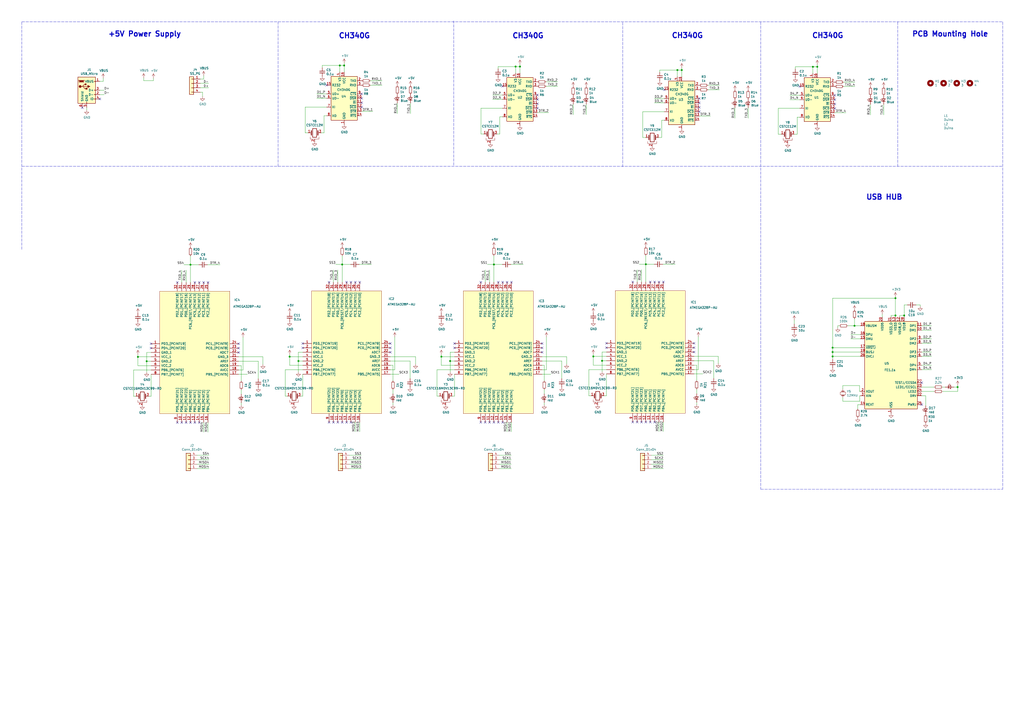
<source format=kicad_sch>
(kicad_sch (version 20211123) (generator eeschema)
  (paper "A2")
  (title_block (date "2021-11-09") (rev "2"))
  (lib_symbols
    (symbol "Connector:USB_B_Micro" (pin_names (offset 1.016))
      (property "Reference" "J" (at -5.08 11.43 0))
      (property "Value" "USB_B_Micro" (at -5.08 8.89 0))
      (symbol "USB_B_Micro_1_1"
        (pin power_out line (at 7.62 5.08 180) (length 2.54) (name "VBUS") (number "1"))
        (pin bidirectional line (at 7.62 -2.54 180) (length 2.54) (name "D-") (number "2"))
        (pin bidirectional line (at 7.62 0 180) (length 2.54) (name "D+") (number "3"))
        (pin passive line (at 7.62 -5.08 180) (length 2.54) (name "ID") (number "4"))
        (pin power_out line (at 0 -10.16 90) (length 2.54) (name "GND") (number "5"))
        (pin passive line (at -2.54 -10.16 90) (length 2.54) (name "Shield") (number "6"))
      )
    )
    (symbol "Connector_Generic:Conn_01x04" (pin_names (offset 1.016) hide)
      (property "Reference" "J" (at 0 5.08 0))
      (property "Value" "Conn_01x04" (at 0 -7.62 0))
      (symbol "Conn_01x04_1_1"
        (pin passive line (at -5.08 2.54 0) (length 3.81) (name "Pin_1") (number "1"))
        (pin passive line (at -5.08 0 0) (length 3.81) (name "Pin_2") (number "2"))
        (pin passive line (at -5.08 -2.54 0) (length 3.81) (name "Pin_3") (number "3"))
        (pin passive line (at -5.08 -5.08 0) (length 3.81) (name "Pin_4") (number "4"))
      )
    )
    (symbol "Device:C_Small" (pin_numbers hide) (pin_names (offset 0.254) hide)
      (property "Reference" "C" (at 0.254 1.778 0))
      (property "Value" "C_Small" (at 0.254 -2.032 0))
      (symbol "C_Small_1_1"
        (pin passive line (at 0 2.54 270) (length 2.032) (name "~") (number "1"))
        (pin passive line (at 0 -2.54 90) (length 2.032) (name "~") (number "2"))
      )
    )
    (symbol "Device:Crystal_GND2" (pin_names (offset 1.016) hide)
      (property "Reference" "Y" (at 0 5.715 0))
      (property "Value" "Crystal_GND2" (at 0 3.81 0))
      (symbol "Crystal_GND2_1_1"
        (pin passive line (at -3.81 0 0) (length 1.27) (name "1") (number "1"))
        (pin passive line (at 0 -5.08 90) (length 1.27) (name "2") (number "2"))
        (pin passive line (at 3.81 0 180) (length 1.27) (name "3") (number "3"))
      )
    )
    (symbol "Device:Crystal_Small" (pin_numbers hide) (pin_names (offset 1.016) hide)
      (property "Reference" "Y" (at 0 2.54 0))
      (property "Value" "Crystal_Small" (at 0 -2.54 0))
      (symbol "Crystal_Small_1_1"
        (pin passive line (at -2.54 0 0) (length 1.27) (name "1") (number "1"))
        (pin passive line (at 2.54 0 180) (length 1.27) (name "2") (number "2"))
      )
    )
    (symbol "Device:LED_Small" (pin_numbers hide) (pin_names (offset 0.254) hide)
      (property "Reference" "D" (at -1.27 3.175 0))
      (property "Value" "LED_Small" (at -4.445 -2.54 0))
      (symbol "LED_Small_1_1"
        (pin passive line (at -2.54 0 0) (length 1.778) (name "K") (number "1"))
        (pin passive line (at 2.54 0 180) (length 1.778) (name "A") (number "2"))
      )
    )
    (symbol "Device:R_Small" (pin_numbers hide) (pin_names (offset 0.254) hide)
      (property "Reference" "R" (at 0.762 0.508 0))
      (property "Value" "R_Small" (at 0.762 -1.016 0))
      (symbol "R_Small_1_1"
        (pin passive line (at 0 2.54 270) (length 0.762) (name "~") (number "1"))
        (pin passive line (at 0 -2.54 90) (length 0.762) (name "~") (number "2"))
      )
    )
    (symbol "Duino-Coin-rescue:Duino-Vucko_Logo" (pin_names (offset 1.016))
      (property "Reference" "L" (at 0 0 0))
      (property "Value" "Duino-Vucko_Logo" (at 0 0 0))
    )
    (symbol "Interface_USB:CH340G"
      (property "Reference" "U" (at -5.08 13.97 0))
      (property "Value" "CH340G" (at 1.27 13.97 0))
      (symbol "CH340G_1_1"
        (pin power_in line (at 0 -15.24 90) (length 2.54) (name "GND") (number "1"))
        (pin input line (at 10.16 0 180) (length 2.54) (name "~{DSR}") (number "10"))
        (pin input line (at 10.16 -2.54 180) (length 2.54) (name "~{RI}") (number "11"))
        (pin input line (at 10.16 -5.08 180) (length 2.54) (name "~{DCD}") (number "12"))
        (pin output line (at 10.16 -7.62 180) (length 2.54) (name "~{DTR}") (number "13"))
        (pin output line (at 10.16 -10.16 180) (length 2.54) (name "~{RTS}") (number "14"))
        (pin input line (at -10.16 7.62 0) (length 2.54) (name "R232") (number "15"))
        (pin power_in line (at 0 15.24 270) (length 2.54) (name "VCC") (number "16"))
        (pin output line (at 10.16 10.16 180) (length 2.54) (name "TXD") (number "2"))
        (pin input line (at 10.16 7.62 180) (length 2.54) (name "RXD") (number "3"))
        (pin passive line (at -2.54 15.24 270) (length 2.54) (name "V3") (number "4"))
        (pin bidirectional line (at -10.16 2.54 0) (length 2.54) (name "UD+") (number "5"))
        (pin bidirectional line (at -10.16 0 0) (length 2.54) (name "UD-") (number "6"))
        (pin input line (at -10.16 -5.08 0) (length 2.54) (name "XI") (number "7"))
        (pin output line (at -10.16 -10.16 0) (length 2.54) (name "XO") (number "8"))
        (pin input line (at 10.16 2.54 180) (length 2.54) (name "~{CTS}") (number "9"))
      )
    )
    (symbol "Interface_USB:FE1.1s"
      (property "Reference" "U" (at -11.43 26.67 0))
      (property "Value" "FE1.1s" (at 12.7 27.94 0))
      (symbol "FE1.1s_1_1"
        (pin power_in line (at 0 -27.94 90) (length 2.54) (name "VSS") (number "1"))
        (pin bidirectional line (at 17.78 20.32 180) (length 2.54) (name "DM1") (number "10"))
        (pin bidirectional line (at 17.78 22.86 180) (length 2.54) (name "DP1") (number "11"))
        (pin power_out line (at 5.08 27.94 270) (length 2.54) (name "VD18_O") (number "12"))
        (pin power_in line (at 2.54 27.94 270) (length 2.54) (name "VD33") (number "13"))
        (pin passive line (at -17.78 -22.86 0) (length 2.54) (name "REXT") (number "14"))
        (pin bidirectional line (at -17.78 15.24 0) (length 2.54) (name "DMU") (number "15"))
        (pin bidirectional line (at -17.78 17.78 0) (length 2.54) (name "DPU") (number "16"))
        (pin input line (at -17.78 10.16 0) (length 2.54) (name "~{XRSTJ}") (number "17"))
        (pin input line (at -17.78 22.86 0) (length 2.54) (name "VBUSM") (number "18"))
        (pin input line (at -17.78 7.62 0) (length 2.54) (name "BUSJ") (number "19"))
        (pin output line (at -17.78 -15.24 0) (length 2.54) (name "XOUT") (number "2"))
        (pin power_in line (at -5.08 27.94 270) (length 2.54) (name "VDD5") (number "20"))
        (pin power_out line (at 0 27.94 270) (length 2.54) (name "VD33_O") (number "21"))
        (pin bidirectional line (at 17.78 -17.78 180) (length 2.54) (name "DRV") (number "22"))
        (pin bidirectional line (at 17.78 -12.7 180) (length 2.54) (name "LED1/EESCL") (number "23"))
        (pin bidirectional line (at 17.78 -15.24 180) (length 2.54) (name "LED2") (number "24"))
        (pin output line (at 17.78 -22.86 180) (length 2.54) (name "PWRJ") (number "25"))
        (pin input line (at -17.78 5.08 0) (length 2.54) (name "OVCJ") (number "26"))
        (pin bidirectional line (at 17.78 -10.16 180) (length 2.54) (name "TESTJ/EESDA") (number "27"))
        (pin power_in line (at 7.62 27.94 270) (length 2.54) (name "VD18") (number "28"))
        (pin input line (at -17.78 -17.78 0) (length 2.54) (name "XIN") (number "3"))
        (pin bidirectional line (at 17.78 -2.54 180) (length 2.54) (name "DM4") (number "4"))
        (pin bidirectional line (at 17.78 0 180) (length 2.54) (name "DP4") (number "5"))
        (pin bidirectional line (at 17.78 5.08 180) (length 2.54) (name "DM3") (number "6"))
        (pin bidirectional line (at 17.78 7.62 180) (length 2.54) (name "DP3") (number "7"))
        (pin bidirectional line (at 17.78 12.7 180) (length 2.54) (name "DM2") (number "8"))
        (pin bidirectional line (at 17.78 15.24 180) (length 2.54) (name "DP2") (number "9"))
      )
    )
    (symbol "Mechanical:MountingHole" (pin_names (offset 1.016))
      (property "Reference" "H" (at 0 5.08 0))
      (property "Value" "MountingHole" (at 0 3.175 0))
    )
    (symbol "Vucko_Admin:ATMEGA328P-AU" (pin_names (offset 0.762))
      (property "Reference" "IC" (at 46.99 35.56 0))
      (property "Value" "ATMEGA328P-AU" (at 46.99 33.02 0))
      (symbol "ATMEGA328P-AU_0_0"
        (pin bidirectional line (at 0 0 0) (length 5.08) (name "PD3_[PCINT19]") (number "1"))
        (pin bidirectional line (at 17.78 -45.72 90) (length 5.08) (name "PD6_[PCINT22]") (number "10"))
        (pin bidirectional line (at 20.32 -45.72 90) (length 5.08) (name "PD7_[PCINT23]") (number "11"))
        (pin bidirectional line (at 22.86 -45.72 90) (length 5.08) (name "PB0_[PCINT0]") (number "12"))
        (pin bidirectional line (at 25.4 -45.72 90) (length 5.08) (name "PB1_[PCINT1]") (number "13"))
        (pin bidirectional line (at 27.94 -45.72 90) (length 5.08) (name "PB2_[PCINT2]") (number "14"))
        (pin bidirectional line (at 30.48 -45.72 90) (length 5.08) (name "PB3_[PCINT3]") (number "15"))
        (pin bidirectional line (at 33.02 -45.72 90) (length 5.08) (name "PB4_[PCINT4]") (number "16"))
        (pin bidirectional line (at 50.8 -17.78 180) (length 5.08) (name "PB5_[PCINT5]") (number "17"))
        (pin power_in line (at 50.8 -15.24 180) (length 5.08) (name "AVCC") (number "18"))
        (pin bidirectional line (at 50.8 -12.7 180) (length 5.08) (name "ADC6") (number "19"))
        (pin bidirectional line (at 0 -2.54 0) (length 5.08) (name "PD4_[PCINT20]") (number "2"))
        (pin bidirectional line (at 50.8 -10.16 180) (length 5.08) (name "AREF") (number "20"))
        (pin power_in line (at 50.8 -7.62 180) (length 5.08) (name "GND_3") (number "21"))
        (pin bidirectional line (at 50.8 -5.08 180) (length 5.08) (name "ADC7") (number "22"))
        (pin bidirectional line (at 50.8 -2.54 180) (length 5.08) (name "PC0_[PCINT8]") (number "23"))
        (pin bidirectional line (at 50.8 0 180) (length 5.08) (name "PC1_[PCINT9]") (number "24"))
        (pin bidirectional line (at 33.02 35.56 270) (length 5.08) (name "PC2_[PCINT10]") (number "25"))
        (pin bidirectional line (at 30.48 35.56 270) (length 5.08) (name "PC3_[PCINT11]") (number "26"))
        (pin bidirectional line (at 27.94 35.56 270) (length 5.08) (name "PC4_[PCINT12]") (number "27"))
        (pin bidirectional line (at 25.4 35.56 270) (length 5.08) (name "PC5_[PCINT13]") (number "28"))
        (pin bidirectional line (at 22.86 35.56 270) (length 5.08) (name "PC6_[RESET/PCINT14]") (number "29"))
        (pin power_in line (at 0 -5.08 0) (length 5.08) (name "GND_1") (number "3"))
        (pin bidirectional line (at 20.32 35.56 270) (length 5.08) (name "PD0_[PCINT16]") (number "30"))
        (pin bidirectional line (at 17.78 35.56 270) (length 5.08) (name "PD1_[PCINT17]") (number "31"))
        (pin bidirectional line (at 15.24 35.56 270) (length 5.08) (name "PD2_[PCINT18]") (number "32"))
        (pin power_in line (at 0 -7.62 0) (length 5.08) (name "VCC_1") (number "4"))
        (pin power_in line (at 0 -10.16 0) (length 5.08) (name "GND_2") (number "5"))
        (pin power_in line (at 0 -12.7 0) (length 5.08) (name "VCC_2") (number "6"))
        (pin bidirectional line (at 0 -15.24 0) (length 5.08) (name "PB6_[PCINT6]") (number "7"))
        (pin bidirectional line (at 0 -17.78 0) (length 5.08) (name "PB7_[PCINT7]") (number "8"))
        (pin bidirectional line (at 15.24 -45.72 90) (length 5.08) (name "PD5_[PCINT21]") (number "9"))
      )
    )
    (symbol "power:+3V3" (power) (pin_names (offset 0))
      (property "Value" "+3V3" (at 0 3.556 0))
      (symbol "+3V3_1_1"
        (pin power_in line (at 0 0 90) (length 0) hide (name "+3V3") (number "1"))
      )
    )
    (symbol "power:+5V" (power) (pin_names (offset 0))
      (property "Value" "+5V" (at 0 3.556 0))
      (symbol "+5V_1_1"
        (pin power_in line (at 0 0 90) (length 0) hide (name "+5V") (number "1"))
      )
    )
    (symbol "power:GND" (power) (pin_names (offset 0))
      (property "Value" "GND" (at 0 -3.81 0))
      (symbol "GND_1_1"
        (pin power_in line (at 0 0 270) (length 0) hide (name "GND") (number "1"))
      )
    )
    (symbol "power:VBUS" (power) (pin_names (offset 0))
      (property "Value" "VBUS" (at 0 3.81 0))
      (symbol "VBUS_1_1"
        (pin power_in line (at 0 0 90) (length 0) hide (name "VBUS") (number "1"))
      )
    )
  )
  (junction (at 256.032 206.883))
  (junction (at 301.625 38.608))
  (junction (at 482.981 206.756))
  (junction (at 555.498 224.536))
  (junction (at 395.478 40.64))
  (junction (at 519.43 172.974))
  (junction (at 286.512 153.416))
  (junction (at 495.681 188.976))
  (junction (at 261.112 209.423))
  (junction (at 173.101 209.423))
  (junction (at 80.01 207.01))
  (junction (at 471.551 38.735))
  (junction (at 524.51 183.007))
  (junction (at 344.17 206.756))
  (junction (at 198.501 153.416))
  (junction (at 519.43 183.007))
  (junction (at 168.021 206.883))
  (junction (at 482.981 204.216))
  (junction (at 349.25 209.296))
  (junction (at 474.091 38.735))
  (junction (at 199.644 37.973))
  (junction (at 392.938 40.64))
  (junction (at 299.085 38.608))
  (junction (at 197.104 37.973))
  (junction (at 374.65 153.289))
  (junction (at 110.49 153.543))
  (junction (at 482.981 201.676))
  (junction (at 85.09 209.55))
  (no_connect (at 534.67 234.696))
  (no_connect (at 206.121 163.703))
  (no_connect (at 203.581 244.983))
  (no_connect (at 175.641 201.803))
  (no_connect (at 102.87 163.83))
  (no_connect (at 102.87 245.11))
  (no_connect (at 377.19 163.576))
  (no_connect (at 110.49 245.11))
  (no_connect (at 47.752 62.484))
  (no_connect (at 286.512 244.983))
  (no_connect (at 115.57 163.83))
  (no_connect (at 289.052 163.703))
  (no_connect (at 385.318 52.07))
  (no_connect (at 314.452 199.263))
  (no_connect (at 405.638 59.69))
  (no_connect (at 484.251 62.865))
  (no_connect (at 281.432 244.983))
  (no_connect (at 138.43 199.39))
  (no_connect (at 113.03 245.11))
  (no_connect (at 226.441 199.263))
  (no_connect (at 278.892 163.703))
  (no_connect (at 534.67 221.996))
  (no_connect (at 311.785 57.658))
  (no_connect (at 209.804 57.023))
  (no_connect (at 379.73 244.856))
  (no_connect (at 283.972 244.983))
  (no_connect (at 203.581 163.703))
  (no_connect (at 402.59 201.676))
  (no_connect (at 138.43 201.93))
  (no_connect (at 118.11 163.83))
  (no_connect (at 382.27 163.576))
  (no_connect (at 484.251 57.785))
  (no_connect (at 314.452 204.343))
  (no_connect (at 311.785 62.738))
  (no_connect (at 263.652 201.803))
  (no_connect (at 402.59 204.216))
  (no_connect (at 484.251 55.245))
  (no_connect (at 291.592 163.703))
  (no_connect (at 198.501 244.983))
  (no_connect (at 402.59 199.136))
  (no_connect (at 351.79 201.676))
  (no_connect (at 189.484 49.403))
  (no_connect (at 175.641 199.263))
  (no_connect (at 311.785 55.118))
  (no_connect (at 372.11 244.856))
  (no_connect (at 351.79 199.136))
  (no_connect (at 379.73 163.576))
  (no_connect (at 314.452 201.803))
  (no_connect (at 291.592 244.983))
  (no_connect (at 115.57 245.11))
  (no_connect (at 374.65 244.856))
  (no_connect (at 105.41 245.11))
  (no_connect (at 463.931 50.165))
  (no_connect (at 384.81 163.576))
  (no_connect (at 367.03 163.576))
  (no_connect (at 208.661 163.703))
  (no_connect (at 226.441 201.803))
  (no_connect (at 226.441 204.343))
  (no_connect (at 87.63 201.93))
  (no_connect (at 201.041 163.703))
  (no_connect (at 311.785 60.198))
  (no_connect (at 278.892 244.983))
  (no_connect (at 138.43 204.47))
  (no_connect (at 87.63 199.39))
  (no_connect (at 120.65 163.83))
  (no_connect (at 291.465 50.038))
  (no_connect (at 113.03 163.83))
  (no_connect (at 263.652 199.263))
  (no_connect (at 193.421 244.983))
  (no_connect (at 201.041 244.983))
  (no_connect (at 209.804 62.103))
  (no_connect (at 367.03 244.856))
  (no_connect (at 190.881 244.983))
  (no_connect (at 289.052 244.983))
  (no_connect (at 484.251 60.325))
  (no_connect (at 405.638 57.15))
  (no_connect (at 195.961 244.983))
  (no_connect (at 296.672 163.703))
  (no_connect (at 209.804 54.483))
  (no_connect (at 209.804 59.563))
  (no_connect (at 107.95 245.11))
  (no_connect (at 294.132 163.703))
  (no_connect (at 377.19 244.856))
  (no_connect (at 57.912 57.404))
  (no_connect (at 405.638 64.77))
  (no_connect (at 369.57 244.856))
  (no_connect (at 190.881 163.703))
  (no_connect (at 405.638 62.23))
  (wire (pts (xy 50.292 63.754) (xy 50.292 62.484)))
  (wire (pts (xy 372.872 64.77) (xy 385.318 64.77)))
  (wire (pts (xy 315.722 225.933) (xy 315.722 228.473)))
  (wire (pts (xy 315.722 233.553) (xy 315.722 234.823)))
  (wire (pts (xy 511.81 183.896) (xy 511.81 182.245)))
  (wire (pts (xy 285.75 55.118) (xy 291.465 55.118)))
  (wire (pts (xy 227.965 225.933) (xy 227.965 228.473)))
  (wire (pts (xy 116.205 53.467) (xy 117.475 53.467)))
  (wire (pts (xy 177.038 62.103) (xy 189.484 62.103)))
  (wire (pts (xy 497.586 234.696) (xy 497.586 237.236)))
  (wire (pts (xy 186.944 37.973) (xy 197.104 37.973)))
  (wire (pts (xy 173.101 215.773) (xy 173.101 209.423)))
  (wire (pts (xy 461.391 38.735) (xy 471.551 38.735)))
  (wire (pts (xy 555.498 224.536) (xy 555.498 223.52)))
  (wire (pts (xy 498.602 227.076) (xy 498.602 223.647)))
  (wire (pts (xy 482.981 201.676) (xy 499.11 201.676)))
  (wire (pts (xy 189.484 67.183) (xy 187.96 67.183)))
  (wire (pts (xy 263.652 206.883) (xy 256.032 206.883)))
  (wire (pts (xy 178.689 77.089) (xy 177.038 77.089)))
  (polyline (pts (xy 263.144 95.885) (xy 263.144 12.065)))
  (wire (pts (xy 351.79 204.216) (xy 349.25 204.216)))
  (wire (pts (xy 183.769 57.023) (xy 189.484 57.023)))
  (wire (pts (xy 286.512 148.336) (xy 286.512 153.416)))
  (wire (pts (xy 316.865 47.498) (xy 323.469 47.498)))
  (wire (pts (xy 379.603 59.69) (xy 385.318 59.69)))
  (wire (pts (xy 139.954 226.06) (xy 139.954 228.6)))
  (wire (pts (xy 482.981 206.756) (xy 482.981 208.407)))
  (wire (pts (xy 374.65 153.289) (xy 379.476 153.289)))
  (wire (pts (xy 256.032 205.613) (xy 256.032 206.883)))
  (wire (pts (xy 458.216 57.785) (xy 463.931 57.785)))
  (wire (pts (xy 498.729 229.616) (xy 498.729 232.791)))
  (wire (pts (xy 120.65 245.11) (xy 120.65 250.698)))
  (wire (pts (xy 214.884 49.403) (xy 221.615 49.403)))
  (wire (pts (xy 301.625 38.608) (xy 301.625 37.338)))
  (wire (pts (xy 168.021 205.613) (xy 168.021 206.883)))
  (wire (pts (xy 114.3 266.7) (xy 121.285 266.7)))
  (wire (pts (xy 165.481 214.503) (xy 165.481 229.743)))
  (wire (pts (xy 519.43 183.007) (xy 516.89 183.007)))
  (wire (pts (xy 138.43 214.63) (xy 140.97 214.63)))
  (wire (pts (xy 283.972 163.703) (xy 283.972 156.591)))
  (wire (pts (xy 471.551 38.735) (xy 471.551 42.545)))
  (wire (pts (xy 261.112 204.343) (xy 261.112 209.423)))
  (wire (pts (xy 299.085 38.608) (xy 301.625 38.608)))
  (wire (pts (xy 540.385 196.596) (xy 534.67 196.596)))
  (wire (pts (xy 198.501 148.336) (xy 198.501 153.416)))
  (wire (pts (xy 152.527 211.328) (xy 152.527 207.01)))
  (wire (pts (xy 77.47 214.63) (xy 87.63 214.63)))
  (wire (pts (xy 286.512 153.416) (xy 291.338 153.416)))
  (wire (pts (xy 374.65 148.209) (xy 374.65 153.289)))
  (wire (pts (xy 349.25 209.296) (xy 351.79 209.296)))
  (wire (pts (xy 193.421 163.703) (xy 193.421 156.591)))
  (wire (pts (xy 118.11 45.847) (xy 118.11 43.942)))
  (wire (pts (xy 187.96 77.089) (xy 186.309 77.089)))
  (wire (pts (xy 402.59 209.296) (xy 414.02 209.296)))
  (wire (pts (xy 289.56 266.7) (xy 296.545 266.7)))
  (wire (pts (xy 289.56 264.16) (xy 296.545 264.16)))
  (wire (pts (xy 296.418 153.416) (xy 303.53 153.416)))
  (polyline (pts (xy 441.325 12.7) (xy 441.325 283.845)))
  (wire (pts (xy 540.385 199.136) (xy 534.67 199.136)))
  (wire (pts (xy 177.038 77.089) (xy 177.038 62.103)))
  (wire (pts (xy 540.385 204.216) (xy 534.67 204.216)))
  (wire (pts (xy 461.391 40.005) (xy 461.391 38.735)))
  (wire (pts (xy 351.79 216.916) (xy 351.79 229.616)))
  (wire (pts (xy 226.441 214.503) (xy 228.981 214.503)))
  (wire (pts (xy 471.551 38.735) (xy 474.091 38.735)))
  (wire (pts (xy 262.382 229.743) (xy 263.652 229.743)))
  (wire (pts (xy 395.478 40.64) (xy 395.478 39.37)))
  (wire (pts (xy 85.09 204.47) (xy 85.09 209.55)))
  (wire (pts (xy 383.794 69.85) (xy 383.794 79.756)))
  (wire (pts (xy 314.452 206.883) (xy 328.676 206.883)))
  (wire (pts (xy 202.565 269.24) (xy 209.55 269.24)))
  (wire (pts (xy 377.825 264.16) (xy 384.81 264.16)))
  (polyline (pts (xy 361.188 12.954) (xy 361.188 96.774)))
  (wire (pts (xy 311.785 65.278) (xy 318.262 65.278)))
  (wire (pts (xy 57.912 52.324) (xy 60.452 52.324)))
  (wire (pts (xy 499.11 196.596) (xy 493.522 196.596)))
  (wire (pts (xy 228.981 195.453) (xy 228.981 214.503)))
  (wire (pts (xy 85.09 215.9) (xy 85.09 209.55)))
  (wire (pts (xy 372.11 163.576) (xy 372.11 156.464)))
  (wire (pts (xy 383.794 79.756) (xy 382.143 79.756)))
  (wire (pts (xy 299.085 38.608) (xy 299.085 42.418)))
  (wire (pts (xy 199.644 37.973) (xy 199.644 36.703)))
  (wire (pts (xy 410.718 52.07) (xy 417.322 52.07)))
  (wire (pts (xy 314.452 214.503) (xy 316.992 214.503)))
  (wire (pts (xy 555.498 227.076) (xy 555.498 224.536)))
  (wire (pts (xy 540.385 214.376) (xy 534.67 214.376)))
  (wire (pts (xy 202.565 264.16) (xy 209.55 264.16)))
  (wire (pts (xy 106.68 153.543) (xy 110.49 153.543)))
  (wire (pts (xy 536.956 229.616) (xy 536.956 235.331)))
  (wire (pts (xy 499.11 206.756) (xy 482.981 206.756)))
  (wire (pts (xy 83.312 46.736) (xy 89.027 46.736)))
  (wire (pts (xy 289.56 271.78) (xy 296.545 271.78)))
  (wire (pts (xy 227.965 233.553) (xy 227.965 234.823)))
  (wire (pts (xy 540.385 206.756) (xy 534.67 206.756)))
  (wire (pts (xy 282.702 153.416) (xy 286.512 153.416)))
  (wire (pts (xy 328.676 211.201) (xy 328.676 206.883)))
  (wire (pts (xy 117.475 53.467) (xy 117.475 56.007)))
  (wire (pts (xy 410.718 49.53) (xy 417.322 49.53)))
  (wire (pts (xy 540.385 188.976) (xy 534.67 188.976)))
  (wire (pts (xy 404.114 233.426) (xy 404.114 234.696)))
  (wire (pts (xy 114.3 269.24) (xy 121.285 269.24)))
  (wire (pts (xy 105.41 163.83) (xy 105.41 156.718)))
  (wire (pts (xy 382.27 244.856) (xy 382.27 250.317)))
  (wire (pts (xy 414.02 209.296) (xy 414.02 219.456)))
  (wire (pts (xy 453.136 77.851) (xy 451.485 77.851)))
  (wire (pts (xy 187.96 67.183) (xy 187.96 77.089)))
  (wire (pts (xy 392.938 40.64) (xy 392.938 44.45)))
  (wire (pts (xy 474.091 38.735) (xy 474.091 37.465)))
  (wire (pts (xy 341.63 229.616) (xy 342.9 229.616)))
  (wire (pts (xy 405.638 67.31) (xy 412.115 67.31)))
  (wire (pts (xy 404.114 225.806) (xy 404.114 228.346)))
  (wire (pts (xy 110.49 148.463) (xy 110.49 153.543)))
  (wire (pts (xy 402.59 206.756) (xy 416.687 206.756)))
  (wire (pts (xy 546.862 224.536) (xy 548.259 224.536)))
  (wire (pts (xy 325.882 209.423) (xy 325.882 219.583)))
  (wire (pts (xy 349.25 204.216) (xy 349.25 209.296)))
  (wire (pts (xy 351.79 211.836) (xy 344.17 211.836)))
  (wire (pts (xy 374.65 153.289) (xy 374.65 163.576)))
  (wire (pts (xy 526.288 176.911) (xy 524.51 176.911)))
  (polyline (pts (xy 12.7 12.7) (xy 12.7 144.78)))
  (wire (pts (xy 87.63 204.47) (xy 85.09 204.47)))
  (wire (pts (xy 80.01 212.09) (xy 80.01 207.01)))
  (wire (pts (xy 226.441 209.423) (xy 237.871 209.423)))
  (wire (pts (xy 341.63 214.376) (xy 351.79 214.376)))
  (wire (pts (xy 512.572 60.579) (xy 512.572 66.675)))
  (wire (pts (xy 316.992 195.453) (xy 316.992 214.503)))
  (wire (pts (xy 241.046 211.201) (xy 241.046 206.883)))
  (wire (pts (xy 173.101 204.343) (xy 173.101 209.423)))
  (wire (pts (xy 377.825 266.7) (xy 384.81 266.7)))
  (wire (pts (xy 138.43 207.01) (xy 152.527 207.01)))
  (wire (pts (xy 462.407 67.945) (xy 462.407 77.851)))
  (wire (pts (xy 369.57 163.576) (xy 369.57 156.464)))
  (wire (pts (xy 237.871 209.423) (xy 237.871 219.583)))
  (wire (pts (xy 214.884 46.863) (xy 221.615 46.863)))
  (wire (pts (xy 382.778 41.91) (xy 382.778 40.64)))
  (wire (pts (xy 458.216 55.245) (xy 463.931 55.245)))
  (wire (pts (xy 168.021 211.963) (xy 168.021 206.883)))
  (wire (pts (xy 175.641 217.043) (xy 175.641 229.743)))
  (wire (pts (xy 499.11 194.056) (xy 493.522 194.056)))
  (wire (pts (xy 116.205 48.387) (xy 121.031 48.387)))
  (polyline (pts (xy 12.7 12.7) (xy 581.66 12.7)))
  (wire (pts (xy 116.205 50.927) (xy 121.031 50.927)))
  (wire (pts (xy 370.84 153.289) (xy 374.65 153.289)))
  (wire (pts (xy 140.97 195.58) (xy 140.97 214.63)))
  (wire (pts (xy 488.95 232.791) (xy 488.95 230.759)))
  (wire (pts (xy 83.312 45.212) (xy 83.312 46.736)))
  (wire (pts (xy 253.492 229.743) (xy 254.762 229.743)))
  (wire (pts (xy 546.862 227.076) (xy 555.498 227.076)))
  (wire (pts (xy 296.672 244.983) (xy 296.672 250.444)))
  (wire (pts (xy 114.3 264.16) (xy 121.285 264.16)))
  (wire (pts (xy 175.641 206.883) (xy 168.021 206.883)))
  (wire (pts (xy 165.481 229.743) (xy 166.751 229.743)))
  (wire (pts (xy 165.481 214.503) (xy 175.641 214.503)))
  (wire (pts (xy 349.25 215.646) (xy 349.25 209.296)))
  (wire (pts (xy 149.86 209.55) (xy 149.86 219.71)))
  (wire (pts (xy 57.912 54.864) (xy 60.452 54.864)))
  (wire (pts (xy 87.63 212.09) (xy 80.01 212.09)))
  (wire (pts (xy 85.09 209.55) (xy 87.63 209.55)))
  (wire (pts (xy 197.104 37.973) (xy 199.644 37.973)))
  (wire (pts (xy 110.49 153.543) (xy 110.49 163.83)))
  (wire (pts (xy 402.59 216.916) (xy 407.67 216.916)))
  (wire (pts (xy 497.586 234.696) (xy 499.11 234.696)))
  (wire (pts (xy 462.407 77.851) (xy 460.756 77.851)))
  (wire (pts (xy 87.63 217.17) (xy 87.63 229.87)))
  (wire (pts (xy 279.019 77.724) (xy 279.019 62.738)))
  (wire (pts (xy 498.729 232.791) (xy 488.95 232.791)))
  (wire (pts (xy 451.485 62.865) (xy 463.931 62.865)))
  (wire (pts (xy 540.385 211.836) (xy 534.67 211.836)))
  (wire (pts (xy 194.691 153.416) (xy 198.501 153.416)))
  (wire (pts (xy 482.981 204.216) (xy 499.11 204.216)))
  (wire (pts (xy 138.43 209.55) (xy 149.86 209.55)))
  (wire (pts (xy 524.51 183.896) (xy 524.51 183.007)))
  (wire (pts (xy 202.565 271.78) (xy 209.55 271.78)))
  (wire (pts (xy 314.452 211.963) (xy 315.722 211.963)))
  (wire (pts (xy 139.954 212.09) (xy 139.954 220.98)))
  (wire (pts (xy 474.091 38.735) (xy 474.091 42.545)))
  (polyline (pts (xy 161.29 96.52) (xy 161.29 12.7)))
  (wire (pts (xy 288.925 38.608) (xy 299.085 38.608)))
  (wire (pts (xy 289.56 269.24) (xy 296.545 269.24)))
  (wire (pts (xy 482.981 204.216) (xy 482.981 206.756)))
  (wire (pts (xy 280.67 77.724) (xy 279.019 77.724)))
  (wire (pts (xy 463.931 67.945) (xy 462.407 67.945)))
  (wire (pts (xy 531.368 176.911) (xy 533.781 176.911)))
  (polyline (pts (xy 12.7 96.52) (xy 581.66 96.52)))
  (wire (pts (xy 202.565 266.7) (xy 209.55 266.7)))
  (wire (pts (xy 516.89 183.007) (xy 516.89 183.896)))
  (wire (pts (xy 208.407 153.416) (xy 215.519 153.416)))
  (wire (pts (xy 289.941 77.724) (xy 288.29 77.724)))
  (wire (pts (xy 57.912 47.244) (xy 59.817 47.244)))
  (wire (pts (xy 80.01 205.74) (xy 80.01 207.01)))
  (wire (pts (xy 377.825 271.78) (xy 384.81 271.78)))
  (wire (pts (xy 534.67 227.076) (xy 541.782 227.076)))
  (wire (pts (xy 484.251 65.405) (xy 490.728 65.405)))
  (wire (pts (xy 316.865 50.038) (xy 323.469 50.038)))
  (polyline (pts (xy 520.7 12.7) (xy 520.7 96.52)))
  (wire (pts (xy 253.492 214.503) (xy 253.492 229.743)))
  (wire (pts (xy 285.75 57.658) (xy 291.465 57.658)))
  (wire (pts (xy 379.603 57.15) (xy 385.318 57.15)))
  (wire (pts (xy 253.492 214.503) (xy 263.652 214.503)))
  (wire (pts (xy 377.825 269.24) (xy 384.81 269.24)))
  (wire (pts (xy 227.965 211.963) (xy 227.965 220.853)))
  (wire (pts (xy 238.125 59.817) (xy 238.125 65.913)))
  (wire (pts (xy 301.625 38.608) (xy 301.625 42.418)))
  (wire (pts (xy 183.769 54.483) (xy 189.484 54.483)))
  (wire (pts (xy 87.63 207.01) (xy 80.01 207.01)))
  (wire (pts (xy 504.952 60.579) (xy 504.952 66.675)))
  (wire (pts (xy 486.029 190.119) (xy 486.029 188.976)))
  (wire (pts (xy 107.95 163.83) (xy 107.95 156.718)))
  (wire (pts (xy 402.59 214.376) (xy 405.13 214.376)))
  (wire (pts (xy 118.11 245.11) (xy 118.11 250.698)))
  (wire (pts (xy 261.112 215.773) (xy 261.112 209.423)))
  (wire (pts (xy 404.114 211.836) (xy 404.114 220.726)))
  (wire (pts (xy 385.318 69.85) (xy 383.794 69.85)))
  (wire (pts (xy 519.43 172.974) (xy 519.43 183.007)))
  (wire (pts (xy 256.032 211.963) (xy 256.032 206.883)))
  (wire (pts (xy 498.602 223.647) (xy 488.95 223.647)))
  (wire (pts (xy 382.778 40.64) (xy 392.938 40.64)))
  (wire (pts (xy 138.43 217.17) (xy 143.51 217.17)))
  (wire (pts (xy 208.661 244.983) (xy 208.661 250.444)))
  (wire (pts (xy 279.019 62.738) (xy 291.465 62.738)))
  (wire (pts (xy 372.872 79.756) (xy 372.872 64.77)))
  (wire (pts (xy 288.925 39.878) (xy 288.925 38.608)))
  (wire (pts (xy 195.961 163.703) (xy 195.961 156.591)))
  (wire (pts (xy 226.441 211.963) (xy 227.965 211.963)))
  (wire (pts (xy 314.452 217.043) (xy 319.532 217.043)))
  (wire (pts (xy 206.121 244.983) (xy 206.121 250.444)))
  (wire (pts (xy 488.95 223.647) (xy 488.95 225.679)))
  (wire (pts (xy 534.67 224.536) (xy 541.782 224.536)))
  (wire (pts (xy 499.11 188.976) (xy 495.681 188.976)))
  (wire (pts (xy 138.43 212.09) (xy 139.954 212.09)))
  (wire (pts (xy 281.432 163.703) (xy 281.432 156.591)))
  (wire (pts (xy 174.371 229.743) (xy 175.641 229.743)))
  (wire (pts (xy 289.941 67.818) (xy 289.941 77.724)))
  (wire (pts (xy 405.13 195.326) (xy 405.13 214.376)))
  (wire (pts (xy 263.652 204.343) (xy 261.112 204.343)))
  (wire (pts (xy 77.47 229.87) (xy 78.74 229.87)))
  (wire (pts (xy 261.112 209.423) (xy 263.652 209.423)))
  (wire (pts (xy 86.36 229.87) (xy 87.63 229.87)))
  (wire (pts (xy 59.817 47.244) (xy 59.817 45.339)))
  (wire (pts (xy 175.641 211.963) (xy 168.021 211.963)))
  (wire (pts (xy 395.478 40.64) (xy 395.478 44.45)))
  (wire (pts (xy 384.81 244.856) (xy 384.81 250.317)))
  (wire (pts (xy 77.47 214.63) (xy 77.47 229.87)))
  (wire (pts (xy 341.63 214.376) (xy 341.63 229.616)))
  (wire (pts (xy 291.465 67.818) (xy 289.941 67.818)))
  (wire (pts (xy 350.52 229.616) (xy 351.79 229.616)))
  (wire (pts (xy 351.79 206.756) (xy 344.17 206.756)))
  (wire (pts (xy 499.11 227.076) (xy 498.602 227.076)))
  (wire (pts (xy 226.441 206.883) (xy 241.046 206.883)))
  (wire (pts (xy 460.756 185.674) (xy 460.756 187.96)))
  (wire (pts (xy 198.501 153.416) (xy 203.327 153.416)))
  (wire (pts (xy 482.981 201.676) (xy 482.981 204.216)))
  (wire (pts (xy 263.652 211.963) (xy 256.032 211.963)))
  (polyline (pts (xy 581.66 12.7) (xy 581.66 283.845)))
  (wire (pts (xy 534.67 229.616) (xy 536.956 229.616)))
  (wire (pts (xy 433.959 62.484) (xy 433.959 68.58)))
  (wire (pts (xy 451.485 77.851) (xy 451.485 62.865)))
  (wire (pts (xy 344.17 211.836) (xy 344.17 206.756)))
  (wire (pts (xy 226.441 217.043) (xy 231.521 217.043)))
  (wire (pts (xy 495.681 184.912) (xy 495.681 188.976)))
  (wire (pts (xy 294.132 244.983) (xy 294.132 250.444)))
  (wire (pts (xy 392.938 40.64) (xy 395.478 40.64)))
  (wire (pts (xy 402.59 211.836) (xy 404.114 211.836)))
  (wire (pts (xy 486.029 188.976) (xy 486.791 188.976)))
  (wire (pts (xy 426.339 62.484) (xy 426.339 68.58)))
  (wire (pts (xy 340.106 60.452) (xy 340.106 66.548)))
  (wire (pts (xy 120.396 153.543) (xy 127.635 153.543)))
  (wire (pts (xy 230.505 59.817) (xy 230.505 65.913)))
  (wire (pts (xy 482.981 172.974) (xy 482.981 201.676)))
  (wire (pts (xy 173.101 209.423) (xy 175.641 209.423)))
  (wire (pts (xy 314.452 209.423) (xy 325.882 209.423)))
  (wire (pts (xy 186.944 39.243) (xy 186.944 37.973)))
  (wire (pts (xy 110.49 153.543) (xy 115.316 153.543)))
  (wire (pts (xy 495.681 188.976) (xy 491.871 188.976)))
  (wire (pts (xy 198.501 153.416) (xy 198.501 163.703)))
  (wire (pts (xy 489.331 47.625) (xy 495.935 47.625)))
  (polyline (pts (xy 441.325 283.845) (xy 581.66 283.845)))
  (wire (pts (xy 114.3 271.78) (xy 121.285 271.78)))
  (wire (pts (xy 374.523 79.756) (xy 372.872 79.756)))
  (wire (pts (xy 521.97 183.896) (xy 521.97 183.007)))
  (wire (pts (xy 519.43 172.212) (xy 519.43 172.974)))
  (wire (pts (xy 489.331 50.165) (xy 495.935 50.165)))
  (wire (pts (xy 416.687 210.82) (xy 416.687 206.756)))
  (wire (pts (xy 344.17 205.486) (xy 344.17 206.756)))
  (wire (pts (xy 139.954 233.68) (xy 139.954 234.95)))
  (wire (pts (xy 540.385 191.516) (xy 534.67 191.516)))
  (wire (pts (xy 384.556 153.289) (xy 391.668 153.289)))
  (wire (pts (xy 199.644 37.973) (xy 199.644 41.783)))
  (wire (pts (xy 533.781 176.911) (xy 533.781 177.673)))
  (wire (pts (xy 197.104 37.973) (xy 197.104 41.783)))
  (wire (pts (xy 209.804 64.643) (xy 216.281 64.643)))
  (wire (pts (xy 332.486 60.452) (xy 332.486 66.548)))
  (wire (pts (xy 499.11 229.616) (xy 498.729 229.616)))
  (wire (pts (xy 524.51 183.007) (xy 524.51 176.911)))
  (wire (pts (xy 175.641 204.343) (xy 173.101 204.343)))
  (wire (pts (xy 555.498 224.536) (xy 553.339 224.536)))
  (wire (pts (xy 286.512 153.416) (xy 286.512 163.703)))
  (wire (pts (xy 519.43 183.896) (xy 519.43 183.007)))
  (wire (pts (xy 315.722 211.963) (xy 315.722 220.853)))
  (wire (pts (xy 116.205 45.847) (xy 118.11 45.847)))
  (wire (pts (xy 521.97 183.007) (xy 524.51 183.007)))
  (wire (pts (xy 263.652 217.043) (xy 263.652 229.743)))
  (wire (pts (xy 89.027 45.339) (xy 89.027 46.736)))
  (wire (pts (xy 482.981 172.974) (xy 519.43 172.974)))
  (text "CH340G" (at 196.342 22.606 0) (effects (font (size 2.9972 2.9972) (thickness 0.5994) bold) (justify left bottom)))
  (text "CH340G" (at 297.053 22.606 0) (effects (font (size 2.9972 2.9972) (thickness 0.5994) bold) (justify left bottom)))
  (text "CH340G" (at 470.916 22.479 0) (effects (font (size 2.9972 2.9972) (thickness 0.5994) bold) (justify left bottom)))
  (text "USB HUB" (at 502.285 116.205 0) (effects (font (size 2.9972 2.9972) (thickness 0.5994) bold) (justify left bottom)))
  (text " +5V Power Supply" (at 60.325 21.59 0) (effects (font (size 2.9972 2.9972) (thickness 0.5994) bold) (justify left bottom)))
  (text "PCB Mounting Hole" (at 528.955 21.59 0) (effects (font (size 2.9972 2.9972) (thickness 0.5994) bold) (justify left bottom)))
  (text "CH340G" (at 389.509 22.479 0) (effects (font (size 2.9972 2.9972) (thickness 0.5994) bold) (justify left bottom)))
  (label "RXD_3" (at 195.961 156.591 270))
  (label "TXD_2" (at 340.106 66.548 90))
  (label "MOSI4" (at 118.11 250.698 90))
  (label "MOSI2" (at 382.27 250.317 90))
  (label "RXD_2" (at 332.486 66.548 90))
  (label "SS2" (at 370.84 153.289 180))
  (label "RXD_1" (at 221.615 46.863 180))
  (label "D2_N" (at 285.75 57.658 0))
  (label "D-" (at 493.522 196.596 0))
  (label "TXD_3" (at 417.322 52.07 180))
  (label "RXD_1" (at 230.505 65.913 90))
  (label "DTR_2" (at 391.668 153.289 180))
  (label "RXD_4" (at 504.952 66.675 90))
  (label "SCK1" (at 296.545 266.7 180))
  (label "D3_N" (at 540.385 206.756 180))
  (label "D-" (at 60.452 54.864 0))
  (label "DTR_1" (at 216.281 64.643 180))
  (label "SS3" (at 209.55 264.16 180))
  (label "MISO2" (at 384.81 269.24 180))
  (label "SS1" (at 296.545 264.16 180))
  (label "TXD_4" (at 105.41 156.718 270))
  (label "MISO1" (at 296.672 250.444 90))
  (label "D+" (at 60.452 52.324 0))
  (label "DTR_3" (at 412.115 67.31 180))
  (label "DTR_3" (at 215.519 153.416 180))
  (label "D2_P" (at 285.75 55.118 0))
  (label "RXD_2" (at 323.469 47.498 180))
  (label "MISO1" (at 296.545 269.24 180))
  (label "MISO4" (at 120.65 250.698 90))
  (label "D2_P" (at 540.385 196.596 180))
  (label "RXD_1" (at 283.972 156.591 270))
  (label "D4_P" (at 540.385 211.836 180))
  (label "D3_P" (at 540.385 204.216 180))
  (label "SS4" (at 106.68 153.543 180))
  (label "RXD_4" (at 107.95 156.718 270))
  (label "MOSI4" (at 121.285 271.78 180))
  (label "TXD_1" (at 221.615 49.403 180))
  (label "SCK2" (at 384.81 266.7 180))
  (label "RXD_3" (at 426.339 68.58 90))
  (label "SCK4" (at 121.285 266.7 180))
  (label "TXD_3" (at 193.421 156.591 270))
  (label "D1_N" (at 540.385 191.516 180))
  (label "RXD_2" (at 372.11 156.464 270))
  (label "SCK3" (at 209.55 266.7 180))
  (label "TXD_1" (at 281.432 156.591 270))
  (label "SS4" (at 121.285 264.16 180))
  (label "MOSI2" (at 384.81 271.78 180))
  (label "D1_P" (at 540.385 188.976 180))
  (label "TXD_1" (at 238.125 65.913 90))
  (label "MOSI3" (at 206.121 250.444 90))
  (label "MISO2" (at 384.81 250.317 90))
  (label "D1_N" (at 183.769 57.023 0))
  (label "D3_N" (at 379.603 59.69 0))
  (label "TXD_3" (at 433.959 68.58 90))
  (label "D2_N" (at 540.385 199.136 180))
  (label "D-" (at 121.031 48.387 180))
  (label "TXD_4" (at 495.935 50.165 180))
  (label "SCK4" (at 143.51 217.17 0))
  (label "DTR_2" (at 318.262 65.278 180))
  (label "DTR_4" (at 490.728 65.405 180))
  (label "SCK1" (at 319.532 217.043 0))
  (label "RXD_4" (at 495.935 47.625 180))
  (label "D+" (at 493.522 194.056 0))
  (label "SS2" (at 384.81 264.16 180))
  (label "SS1" (at 282.702 153.416 180))
  (label "DTR_1" (at 303.53 153.416 180))
  (label "SS3" (at 194.691 153.416 180))
  (label "D1_P" (at 183.769 54.483 0))
  (label "D4_N" (at 540.385 214.376 180))
  (label "MOSI1" (at 294.132 250.444 90))
  (label "MOSI3" (at 209.55 271.78 180))
  (label "D4_P" (at 458.216 55.245 0))
  (label "D+" (at 121.031 50.927 180))
  (label "D3_P" (at 379.603 57.15 0))
  (label "MISO3" (at 208.661 250.444 90))
  (label "SCK2" (at 407.67 216.916 0))
  (label "MISO3" (at 209.55 269.24 180))
  (label "TXD_2" (at 369.57 156.464 270))
  (label "RXD_3" (at 417.322 49.53 180))
  (label "D4_N" (at 458.216 57.785 0))
  (label "TXD_2" (at 323.469 50.038 180))
  (label "SCK3" (at 231.521 217.043 0))
  (label "MOSI1" (at 296.545 271.78 180))
  (label "TXD_4" (at 512.572 66.675 90))
  (label "DTR_4" (at 127.635 153.543 180))
  (label "MISO4" (at 121.285 269.24 180))
  (symbol (lib_id "Vucko_Admin:ATMEGA328P-AU") (at 87.63 199.39 0) (unit 1)
    (property "Reference" "IC4" (at 135.89 173.99 0) (effects (justify left)))
    (property "Value" "ATMEGA328P-AU" (at 135.255 177.8 0) (effects (justify left)))
    (property "Footprint" "Vucko_Admin:QFP80P900X900X120-32N" (effects hide))
    (property "Datasheet" "https://componentsearchengine.com/Datasheets/2/ATMEGA328P-AU.pdf" (effects hide))
    (property "Description" "MICROCHIP - ATMEGA328P-AU. - MICROCONTROLLER MCU, 8 BIT, ATMEGA, 20MHZ, TQFP-32" (effects hide))
    (property "Height" "1.2" (effects hide))
    (property "Manufacturer_Name" "Microchip" (effects hide))
    (property "Manufacturer_Part_Number" "ATMEGA328P-AU" (effects hide))
    (property "Mouser Part Number" "556-ATMEGA328P-AU" (effects hide))
    (property "Mouser Price/Stock" "https://www.mouser.co.uk/ProductDetail/Microchip-Technology-Atmel/ATMEGA328P-AU?qs=K8BHR703ZXiCmmgp6%2FGNmQ%3D%3D" (effects hide))
    (property "Arrow Part Number" "ATMEGA328P-AU" (effects hide))
    (property "Arrow Price/Stock" "https://www.arrow.com/en/products/atmega328p-au/microchip-technology?region=nac" (effects hide))
  )
  (symbol (lib_id "Connector:USB_B_Micro") (at 50.292 52.324 0) (unit 1)
    (property "Reference" "J1" (at 51.7398 40.4622 0))
    (property "Value" "USB_Micro" (at 51.7398 42.7736 0))
    (property "Footprint" "Connector_USB:USB_Micro-B_Amphenol_10104110_Horizontal" (effects hide))
  )
  (symbol (lib_id "Mechanical:MountingHole") (at 539.75 48.26 0) (unit 1)
    (property "Reference" "H1" (at 542.29 47.0916 0) (effects (justify left)))
    (property "Value" "1" (at 542.29 49.403 0) (effects (justify left)))
    (property "Footprint" "MountingHole:MountingHole_3.2mm_M3" (effects hide))
  )
  (symbol (lib_id "Mechanical:MountingHole") (at 547.37 48.26 0) (unit 1)
    (property "Reference" "H2" (at 549.91 47.0916 0) (effects (justify left)))
    (property "Value" "2" (at 549.91 49.403 0) (effects (justify left)))
    (property "Footprint" "MountingHole:MountingHole_3.2mm_M3" (effects hide))
  )
  (symbol (lib_id "power:GND") (at 82.55 234.95 0) (unit 1)
    (property "Reference" "#PWR067" (effects hide))
    (property "Value" "GND" (at 82.677 239.3442 0))
  )
  (symbol (lib_id "Mechanical:MountingHole") (at 554.99 48.26 0) (unit 1)
    (property "Reference" "H3" (at 557.53 47.0916 0) (effects (justify left)))
    (property "Value" "3" (at 557.53 49.403 0) (effects (justify left)))
    (property "Footprint" "MountingHole:MountingHole_3.2mm_M3" (effects hide))
  )
  (symbol (lib_id "power:GND") (at 85.09 215.9 0) (unit 1)
    (property "Reference" "#PWR056" (effects hide))
    (property "Value" "GND" (at 85.217 220.2942 0))
  )
  (symbol (lib_id "Device:LED_Small") (at 139.954 231.14 90) (unit 1)
    (property "Reference" "D12" (at 141.732 229.9716 90) (effects (justify right)))
    (property "Value" "red" (at 141.732 232.283 90) (effects (justify right)))
    (property "Footprint" "LED_SMD:LED_0603_1608Metric_Pad1.05x0.95mm_HandSolder" (effects hide))
  )
  (symbol (lib_id "power:GND") (at 139.954 234.95 0) (unit 1)
    (property "Reference" "#PWR068" (effects hide))
    (property "Value" "GND" (at 140.081 239.3442 0))
  )
  (symbol (lib_id "power:GND") (at 50.292 63.754 0) (unit 1)
    (property "Reference" "#PWR021" (effects hide))
    (property "Value" "GND" (at 50.419 68.1482 0))
  )
  (symbol (lib_id "Mechanical:MountingHole") (at 562.61 48.26 0) (unit 1)
    (property "Reference" "H4" (at 565.15 47.0916 0) (effects (justify left)))
    (property "Value" "4" (at 565.15 49.403 0) (effects (justify left)))
    (property "Footprint" "MountingHole:MountingHole_3.2mm_M3" (effects hide))
  )
  (symbol (lib_id "Device:R_Small") (at 139.954 223.52 180) (unit 1)
    (property "Reference" "R24" (at 144.9324 223.52 90))
    (property "Value" "1k" (at 142.621 223.52 90))
    (property "Footprint" "Resistor_SMD:R_0805_2012Metric_Pad1.20x1.40mm_HandSolder" (effects hide))
  )
  (symbol (lib_id "Device:C_Small") (at 149.86 222.25 0) (unit 1)
    (property "Reference" "C17" (at 152.1968 221.0816 0) (effects (justify left)))
    (property "Value" "0.1u" (at 152.1968 223.393 0) (effects (justify left)))
    (property "Footprint" "Capacitor_SMD:C_0805_2012Metric_Pad1.18x1.45mm_HandSolder" (effects hide))
  )
  (symbol (lib_id "power:GND") (at 149.86 224.79 0) (unit 1)
    (property "Reference" "#PWR060" (effects hide))
    (property "Value" "GND" (at 149.987 229.1842 0))
  )
  (symbol (lib_id "Device:R_Small") (at 110.49 145.923 0) (unit 1)
    (property "Reference" "R20" (at 111.9886 144.7546 0) (effects (justify left)))
    (property "Value" "10k" (at 111.9886 147.066 0) (effects (justify left)))
    (property "Footprint" "Resistor_SMD:R_0805_2012Metric_Pad1.20x1.40mm_HandSolder" (effects hide))
  )
  (symbol (lib_id "power:GND") (at 152.527 211.328 0) (unit 1)
    (property "Reference" "#PWR052" (effects hide))
    (property "Value" "GND" (at 152.654 215.7222 0))
  )
  (symbol (lib_id "Device:Crystal_GND2") (at 82.55 229.87 0) (unit 1)
    (property "Reference" "Y4" (at 82.55 223.0628 0))
    (property "Value" "CSTCE16M0V13C99-R0" (at 82.55 225.3742 0))
    (property "Footprint" "Vucko_Admin:CSTCE16M0V13C99R0" (effects hide))
  )
  (symbol (lib_id "power:+3V3") (at 519.43 172.212 0) (unit 1)
    (property "Reference" "#PWR06" (effects hide))
    (property "Value" "+3V3" (at 519.811 167.8178 0))
  )
  (symbol (lib_id "Connector_Generic:Conn_01x04") (at 111.125 48.387 0) (mirror y) (unit 1)
    (property "Reference" "J4" (at 113.2078 40.3352 0))
    (property "Value" "SS_PG" (at 113.2078 42.6466 0))
    (property "Footprint" "Connector_PinHeader_2.54mm:PinHeader_1x04_P2.54mm_Horizontal" (effects hide))
  )
  (symbol (lib_id "power:GND") (at 117.475 56.007 0) (unit 1)
    (property "Reference" "#PWR04" (effects hide))
    (property "Value" "GND" (at 117.602 60.4012 0))
  )
  (symbol (lib_id "power:VBUS") (at 118.11 43.942 0) (unit 1)
    (property "Reference" "#PWR03" (effects hide))
    (property "Value" "VBUS" (at 118.491 39.5478 0))
  )
  (symbol (lib_id "Device:C_Small") (at 117.856 153.543 270) (unit 1)
    (property "Reference" "C9" (at 117.856 147.7264 90))
    (property "Value" "0.1u" (at 117.856 150.0378 90))
    (property "Footprint" "Capacitor_SMD:C_0805_2012Metric_Pad1.18x1.45mm_HandSolder" (effects hide))
  )
  (symbol (lib_id "power:+5V") (at 110.49 143.383 0) (unit 1)
    (property "Reference" "#PWR032" (effects hide))
    (property "Value" "+5V" (at 110.871 138.9888 0))
  )
  (symbol (lib_id "power:+5V") (at 80.01 205.74 0) (unit 1)
    (property "Reference" "#PWR048" (effects hide))
    (property "Value" "+5V" (at 80.391 201.3458 0))
  )
  (symbol (lib_id "power:+3V3") (at 555.498 223.52 0) (unit 1)
    (property "Reference" "#PWR0106" (effects hide))
    (property "Value" "+3V3" (at 555.879 219.1258 0))
  )
  (symbol (lib_id "power:+5V") (at 140.97 195.58 0) (unit 1)
    (property "Reference" "#PWR044" (effects hide))
    (property "Value" "+5V" (at 141.351 191.1858 0))
  )
  (symbol (lib_id "power:+5V") (at 168.021 181.483 0) (unit 1)
    (property "Reference" "#PWR034" (effects hide))
    (property "Value" "+5V" (at 168.402 177.0888 0))
  )
  (symbol (lib_id "power:GND") (at 168.021 186.563 0) (unit 1)
    (property "Reference" "#PWR038" (effects hide))
    (property "Value" "GND" (at 168.148 190.9572 0))
  )
  (symbol (lib_id "Device:C_Small") (at 168.021 184.023 0) (unit 1)
    (property "Reference" "C11" (at 170.3578 182.8546 0) (effects (justify left)))
    (property "Value" "0.1u" (at 170.3578 185.166 0) (effects (justify left)))
    (property "Footprint" "Capacitor_SMD:C_0805_2012Metric_Pad1.18x1.45mm_HandSolder" (effects hide))
  )
  (symbol (lib_id "power:+5V") (at 228.981 195.453 0) (unit 1)
    (property "Reference" "#PWR042" (effects hide))
    (property "Value" "+5V" (at 229.362 191.0588 0))
  )
  (symbol (lib_id "power:+5V") (at 168.021 205.613 0) (unit 1)
    (property "Reference" "#PWR046" (effects hide))
    (property "Value" "+5V" (at 168.402 201.2188 0))
  )
  (symbol (lib_id "power:+5V") (at 198.501 143.256 0) (unit 1)
    (property "Reference" "#PWR030" (effects hide))
    (property "Value" "+5V" (at 198.882 138.8618 0))
  )
  (symbol (lib_id "Device:Crystal_GND2") (at 170.561 229.743 0) (unit 1)
    (property "Reference" "Y2" (at 170.561 222.9358 0))
    (property "Value" "CSTCE16M0V13C99-R0" (at 170.561 225.2472 0))
    (property "Footprint" "Vucko_Admin:CSTCE16M0V13C99R0" (effects hide))
  )
  (symbol (lib_id "power:GND") (at 237.871 224.663 0) (unit 1)
    (property "Reference" "#PWR058" (effects hide))
    (property "Value" "GND" (at 237.998 229.0572 0))
  )
  (symbol (lib_id "Device:C_Small") (at 237.871 222.123 0) (unit 1)
    (property "Reference" "C15" (at 240.2078 220.9546 0) (effects (justify left)))
    (property "Value" "0.1u" (at 240.2078 223.266 0) (effects (justify left)))
    (property "Footprint" "Capacitor_SMD:C_0805_2012Metric_Pad1.18x1.45mm_HandSolder" (effects hide))
  )
  (symbol (lib_id "Device:LED_Small") (at 227.965 231.013 90) (unit 1)
    (property "Reference" "D10" (at 229.743 229.8446 90) (effects (justify right)))
    (property "Value" "red" (at 229.743 232.156 90) (effects (justify right)))
    (property "Footprint" "LED_SMD:LED_0603_1608Metric_Pad1.05x0.95mm_HandSolder" (effects hide))
  )
  (symbol (lib_id "Device:R_Small") (at 227.965 223.393 180) (unit 1)
    (property "Reference" "R22" (at 232.9434 223.393 90))
    (property "Value" "1k" (at 230.632 223.393 90))
    (property "Footprint" "Resistor_SMD:R_0805_2012Metric_Pad1.20x1.40mm_HandSolder" (effects hide))
  )
  (symbol (lib_id "power:GND") (at 227.965 234.823 0) (unit 1)
    (property "Reference" "#PWR064" (effects hide))
    (property "Value" "GND" (at 228.092 239.2172 0))
  )
  (symbol (lib_id "power:GND") (at 173.101 215.773 0) (unit 1)
    (property "Reference" "#PWR054" (effects hide))
    (property "Value" "GND" (at 173.228 220.1672 0))
  )
  (symbol (lib_id "power:GND") (at 241.046 211.201 0) (unit 1)
    (property "Reference" "#PWR050" (effects hide))
    (property "Value" "GND" (at 241.173 215.5952 0))
  )
  (symbol (lib_id "Device:R_Small") (at 198.501 145.796 0) (unit 1)
    (property "Reference" "R18" (at 199.9996 144.6276 0) (effects (justify left)))
    (property "Value" "10k" (at 199.9996 146.939 0) (effects (justify left)))
    (property "Footprint" "Resistor_SMD:R_0805_2012Metric_Pad1.20x1.40mm_HandSolder" (effects hide))
  )
  (symbol (lib_id "power:GND") (at 170.561 234.823 0) (unit 1)
    (property "Reference" "#PWR063" (effects hide))
    (property "Value" "GND" (at 170.688 239.2172 0))
  )
  (symbol (lib_id "Vucko_Admin:ATMEGA328P-AU") (at 175.641 199.263 0) (unit 1)
    (property "Reference" "IC2" (at 225.425 173.355 0) (effects (justify left)))
    (property "Value" "ATMEGA328P-AU" (at 224.79 176.53 0) (effects (justify left)))
    (property "Footprint" "Vucko_Admin:QFP80P900X900X120-32N" (effects hide))
    (property "Datasheet" "https://componentsearchengine.com/Datasheets/2/ATMEGA328P-AU.pdf" (effects hide))
    (property "Description" "MICROCHIP - ATMEGA328P-AU. - MICROCONTROLLER MCU, 8 BIT, ATMEGA, 20MHZ, TQFP-32" (effects hide))
    (property "Height" "1.2" (effects hide))
    (property "Manufacturer_Name" "Microchip" (effects hide))
    (property "Manufacturer_Part_Number" "ATMEGA328P-AU" (effects hide))
    (property "Mouser Part Number" "556-ATMEGA328P-AU" (effects hide))
    (property "Mouser Price/Stock" "https://www.mouser.co.uk/ProductDetail/Microchip-Technology-Atmel/ATMEGA328P-AU?qs=K8BHR703ZXiCmmgp6%2FGNmQ%3D%3D" (effects hide))
    (property "Arrow Part Number" "ATMEGA328P-AU" (effects hide))
    (property "Arrow Price/Stock" "https://www.arrow.com/en/products/atmega328p-au/microchip-technology?region=nac" (effects hide))
  )
  (symbol (lib_id "Device:C_Small") (at 205.867 153.416 270) (unit 1)
    (property "Reference" "C7" (at 205.867 147.5994 90))
    (property "Value" "0.1u" (at 205.867 149.9108 90))
    (property "Footprint" "Capacitor_SMD:C_0805_2012Metric_Pad1.18x1.45mm_HandSolder" (effects hide))
  )
  (symbol (lib_id "Duino-Coin-rescue:Duino-Vucko_Logo") (at 546.862 68.326 0) (unit 1)
    (property "Reference" "L1" (at 547.497 67.1576 0) (effects (justify left)))
    (property "Value" "Duino" (at 547.497 69.469 0) (effects (justify left)))
    (property "Footprint" "Vucko_Admin_Logo:Duino" (effects hide))
  )
  (symbol (lib_id "Duino-Coin-rescue:Duino-Vucko_Logo") (at 546.862 73.152 0) (unit 1)
    (property "Reference" "L2" (at 547.497 71.9836 0) (effects (justify left)))
    (property "Value" "Duino" (at 547.497 74.295 0) (effects (justify left)))
    (property "Footprint" "Vucko_Admin_Logo:Duino" (effects hide))
  )
  (symbol (lib_id "power:+5V") (at 256.032 181.483 0) (unit 1)
    (property "Reference" "#PWR035" (effects hide))
    (property "Value" "+5V" (at 256.413 177.0888 0))
  )
  (symbol (lib_id "power:GND") (at 256.032 186.563 0) (unit 1)
    (property "Reference" "#PWR039" (effects hide))
    (property "Value" "GND" (at 256.159 190.9572 0))
  )
  (symbol (lib_id "Device:C_Small") (at 256.032 184.023 0) (unit 1)
    (property "Reference" "C12" (at 258.3688 182.8546 0) (effects (justify left)))
    (property "Value" "0.1u" (at 258.3688 185.166 0) (effects (justify left)))
    (property "Footprint" "Capacitor_SMD:C_0805_2012Metric_Pad1.18x1.45mm_HandSolder" (effects hide))
  )
  (symbol (lib_id "power:+5V") (at 316.992 195.453 0) (unit 1)
    (property "Reference" "#PWR043" (effects hide))
    (property "Value" "+5V" (at 317.373 191.0588 0))
  )
  (symbol (lib_id "power:+5V") (at 256.032 205.613 0) (unit 1)
    (property "Reference" "#PWR047" (effects hide))
    (property "Value" "+5V" (at 256.413 201.2188 0))
  )
  (symbol (lib_id "power:+5V") (at 286.512 143.256 0) (unit 1)
    (property "Reference" "#PWR031" (effects hide))
    (property "Value" "+5V" (at 286.893 138.8618 0))
  )
  (symbol (lib_id "Device:Crystal_GND2") (at 258.572 229.743 0) (unit 1)
    (property "Reference" "Y3" (at 258.572 222.9358 0))
    (property "Value" "CSTCE16M0V13C99-R0" (at 258.572 225.2472 0))
    (property "Footprint" "Vucko_Admin:CSTCE16M0V13C99R0" (effects hide))
  )
  (symbol (lib_id "power:GND") (at 325.882 224.663 0) (unit 1)
    (property "Reference" "#PWR059" (effects hide))
    (property "Value" "GND" (at 326.009 229.0572 0))
  )
  (symbol (lib_id "Device:C_Small") (at 325.882 222.123 0) (unit 1)
    (property "Reference" "C16" (at 328.2188 220.9546 0) (effects (justify left)))
    (property "Value" "0.1u" (at 328.2188 223.266 0) (effects (justify left)))
    (property "Footprint" "Capacitor_SMD:C_0805_2012Metric_Pad1.18x1.45mm_HandSolder" (effects hide))
  )
  (symbol (lib_id "Device:LED_Small") (at 315.722 231.013 90) (unit 1)
    (property "Reference" "D11" (at 317.5 229.8446 90) (effects (justify right)))
    (property "Value" "red" (at 317.5 232.156 90) (effects (justify right)))
    (property "Footprint" "LED_SMD:LED_0603_1608Metric_Pad1.05x0.95mm_HandSolder" (effects hide))
  )
  (symbol (lib_id "Device:R_Small") (at 315.722 223.393 180) (unit 1)
    (property "Reference" "R23" (at 320.7004 223.393 90))
    (property "Value" "1k" (at 318.389 223.393 90))
    (property "Footprint" "Resistor_SMD:R_0805_2012Metric_Pad1.20x1.40mm_HandSolder" (effects hide))
  )
  (symbol (lib_id "power:GND") (at 315.722 234.823 0) (unit 1)
    (property "Reference" "#PWR066" (effects hide))
    (property "Value" "GND" (at 315.849 239.2172 0))
  )
  (symbol (lib_id "power:GND") (at 261.112 215.773 0) (unit 1)
    (property "Reference" "#PWR055" (effects hide))
    (property "Value" "GND" (at 261.239 220.1672 0))
  )
  (symbol (lib_id "power:GND") (at 328.676 211.201 0) (unit 1)
    (property "Reference" "#PWR051" (effects hide))
    (property "Value" "GND" (at 328.803 215.5952 0))
  )
  (symbol (lib_id "Device:R_Small") (at 286.512 145.796 0) (unit 1)
    (property "Reference" "R19" (at 288.0106 144.6276 0) (effects (justify left)))
    (property "Value" "10k" (at 288.0106 146.939 0) (effects (justify left)))
    (property "Footprint" "Resistor_SMD:R_0805_2012Metric_Pad1.20x1.40mm_HandSolder" (effects hide))
  )
  (symbol (lib_id "power:GND") (at 258.572 234.823 0) (unit 1)
    (property "Reference" "#PWR065" (effects hide))
    (property "Value" "GND" (at 258.699 239.2172 0))
  )
  (symbol (lib_id "Vucko_Admin:ATMEGA328P-AU") (at 263.652 199.263 0) (unit 1)
    (property "Reference" "IC3" (at 312.42 174.625 0) (effects (justify left)))
    (property "Value" "ATMEGA328P-AU" (at 311.785 177.8 0) (effects (justify left)))
    (property "Footprint" "Vucko_Admin:QFP80P900X900X120-32N" (effects hide))
    (property "Datasheet" "https://componentsearchengine.com/Datasheets/2/ATMEGA328P-AU.pdf" (effects hide))
    (property "Description" "MICROCHIP - ATMEGA328P-AU. - MICROCONTROLLER MCU, 8 BIT, ATMEGA, 20MHZ, TQFP-32" (effects hide))
    (property "Height" "1.2" (effects hide))
    (property "Manufacturer_Name" "Microchip" (effects hide))
    (property "Manufacturer_Part_Number" "ATMEGA328P-AU" (effects hide))
    (property "Mouser Part Number" "556-ATMEGA328P-AU" (effects hide))
    (property "Mouser Price/Stock" "https://www.mouser.co.uk/ProductDetail/Microchip-Technology-Atmel/ATMEGA328P-AU?qs=K8BHR703ZXiCmmgp6%2FGNmQ%3D%3D" (effects hide))
    (property "Arrow Part Number" "ATMEGA328P-AU" (effects hide))
    (property "Arrow Price/Stock" "https://www.arrow.com/en/products/atmega328p-au/microchip-technology?region=nac" (effects hide))
  )
  (symbol (lib_id "Device:C_Small") (at 293.878 153.416 270) (unit 1)
    (property "Reference" "C8" (at 293.878 147.5994 90))
    (property "Value" "0.1u" (at 293.878 149.9108 90))
    (property "Footprint" "Capacitor_SMD:C_0805_2012Metric_Pad1.18x1.45mm_HandSolder" (effects hide))
  )
  (symbol (lib_id "power:+5V") (at 344.17 181.356 0) (unit 1)
    (property "Reference" "#PWR033" (effects hide))
    (property "Value" "+5V" (at 344.551 176.9618 0))
  )
  (symbol (lib_id "power:GND") (at 344.17 186.436 0) (unit 1)
    (property "Reference" "#PWR037" (effects hide))
    (property "Value" "GND" (at 344.297 190.8302 0))
  )
  (symbol (lib_id "Device:C_Small") (at 344.17 183.896 0) (unit 1)
    (property "Reference" "C10" (at 346.5068 182.7276 0) (effects (justify left)))
    (property "Value" "0.1u" (at 346.5068 185.039 0) (effects (justify left)))
    (property "Footprint" "Capacitor_SMD:C_0805_2012Metric_Pad1.18x1.45mm_HandSolder" (effects hide))
  )
  (symbol (lib_id "power:+5V") (at 405.13 195.326 0) (unit 1)
    (property "Reference" "#PWR041" (effects hide))
    (property "Value" "+5V" (at 405.511 190.9318 0))
  )
  (symbol (lib_id "power:+5V") (at 344.17 205.486 0) (unit 1)
    (property "Reference" "#PWR045" (effects hide))
    (property "Value" "+5V" (at 344.551 201.0918 0))
  )
  (symbol (lib_id "power:+5V") (at 374.65 143.129 0) (unit 1)
    (property "Reference" "#PWR029" (effects hide))
    (property "Value" "+5V" (at 375.031 138.7348 0))
  )
  (symbol (lib_id "Device:Crystal_GND2") (at 346.71 229.616 0) (unit 1)
    (property "Reference" "Y1" (at 346.71 222.8088 0))
    (property "Value" "CSTCE16M0V13C99-R0" (at 346.71 225.1202 0))
    (property "Footprint" "Vucko_Admin:CSTCE16M0V13C99R0" (effects hide))
  )
  (symbol (lib_id "power:GND") (at 414.02 224.536 0) (unit 1)
    (property "Reference" "#PWR057" (effects hide))
    (property "Value" "GND" (at 414.147 228.9302 0))
  )
  (symbol (lib_id "Device:C_Small") (at 414.02 221.996 0) (unit 1)
    (property "Reference" "C14" (at 416.3568 220.8276 0) (effects (justify left)))
    (property "Value" "0.1u" (at 416.3568 223.139 0) (effects (justify left)))
    (property "Footprint" "Capacitor_SMD:C_0805_2012Metric_Pad1.18x1.45mm_HandSolder" (effects hide))
  )
  (symbol (lib_id "Device:LED_Small") (at 404.114 230.886 90) (unit 1)
    (property "Reference" "D9" (at 405.892 229.7176 90) (effects (justify right)))
    (property "Value" "red" (at 405.892 232.029 90) (effects (justify right)))
    (property "Footprint" "LED_SMD:LED_0603_1608Metric_Pad1.05x0.95mm_HandSolder" (effects hide))
  )
  (symbol (lib_id "Device:R_Small") (at 404.114 223.266 180) (unit 1)
    (property "Reference" "R21" (at 409.0924 223.266 90))
    (property "Value" "1k" (at 406.781 223.266 90))
    (property "Footprint" "Resistor_SMD:R_0805_2012Metric_Pad1.20x1.40mm_HandSolder" (effects hide))
  )
  (symbol (lib_id "power:GND") (at 404.114 234.696 0) (unit 1)
    (property "Reference" "#PWR062" (effects hide))
    (property "Value" "GND" (at 404.241 239.0902 0))
  )
  (symbol (lib_id "power:GND") (at 349.25 215.646 0) (unit 1)
    (property "Reference" "#PWR053" (effects hide))
    (property "Value" "GND" (at 349.377 220.0402 0))
  )
  (symbol (lib_id "power:GND") (at 416.687 210.82 0) (unit 1)
    (property "Reference" "#PWR049" (effects hide))
    (property "Value" "GND" (at 416.814 215.2142 0))
  )
  (symbol (lib_id "Device:R_Small") (at 374.65 145.669 0) (unit 1)
    (property "Reference" "R17" (at 376.1486 144.5006 0) (effects (justify left)))
    (property "Value" "10k" (at 376.1486 146.812 0) (effects (justify left)))
    (property "Footprint" "Resistor_SMD:R_0805_2012Metric_Pad1.20x1.40mm_HandSolder" (effects hide))
  )
  (symbol (lib_id "power:GND") (at 346.71 234.696 0) (unit 1)
    (property "Reference" "#PWR061" (effects hide))
    (property "Value" "GND" (at 346.837 239.0902 0))
  )
  (symbol (lib_id "Vucko_Admin:ATMEGA328P-AU") (at 351.79 199.136 0) (unit 1)
    (property "Reference" "IC1" (at 400.685 175.26 0) (effects (justify left)))
    (property "Value" "ATMEGA328P-AU" (at 400.05 178.435 0) (effects (justify left)))
    (property "Footprint" "Vucko_Admin:QFP80P900X900X120-32N" (effects hide))
    (property "Datasheet" "https://componentsearchengine.com/Datasheets/2/ATMEGA328P-AU.pdf" (effects hide))
    (property "Description" "MICROCHIP - ATMEGA328P-AU. - MICROCONTROLLER MCU, 8 BIT, ATMEGA, 20MHZ, TQFP-32" (effects hide))
    (property "Height" "1.2" (effects hide))
    (property "Manufacturer_Name" "Microchip" (effects hide))
    (property "Manufacturer_Part_Number" "ATMEGA328P-AU" (effects hide))
    (property "Mouser Part Number" "556-ATMEGA328P-AU" (effects hide))
    (property "Mouser Price/Stock" "https://www.mouser.co.uk/ProductDetail/Microchip-Technology-Atmel/ATMEGA328P-AU?qs=K8BHR703ZXiCmmgp6%2FGNmQ%3D%3D" (effects hide))
    (property "Arrow Part Number" "ATMEGA328P-AU" (effects hide))
    (property "Arrow Price/Stock" "https://www.arrow.com/en/products/atmega328p-au/microchip-technology?region=nac" (effects hide))
  )
  (symbol (lib_id "Device:C_Small") (at 382.016 153.289 270) (unit 1)
    (property "Reference" "C6" (at 382.016 147.4724 90))
    (property "Value" "0.1u" (at 382.016 149.7838 90))
    (property "Footprint" "Capacitor_SMD:C_0805_2012Metric_Pad1.18x1.45mm_HandSolder" (effects hide))
  )
  (symbol (lib_id "Connector_Generic:Conn_01x04") (at 109.22 269.24 180) (unit 1)
    (property "Reference" "J2" (at 111.3028 258.445 0))
    (property "Value" "Conn_01x04" (at 111.3028 260.7564 0))
    (property "Footprint" "Connector_PinHeader_2.54mm:PinHeader_1x04_P2.54mm_Vertical" (effects hide))
  )
  (symbol (lib_id "Connector_Generic:Conn_01x04") (at 197.485 269.24 180) (unit 1)
    (property "Reference" "J3" (at 199.5678 258.445 0))
    (property "Value" "Conn_01x04" (at 199.5678 260.7564 0))
    (property "Footprint" "Connector_PinHeader_2.54mm:PinHeader_1x04_P2.54mm_Vertical" (effects hide))
  )
  (symbol (lib_id "Interface_USB:CH340G") (at 199.644 57.023 0) (unit 1)
    (property "Reference" "U4" (at 199.39 55.88 0))
    (property "Value" "CH340G" (at 199.39 52.07 0))
    (property "Footprint" "Package_SO:SOIC-16_3.9x9.9mm_P1.27mm" (effects hide))
    (property "Datasheet" "http://www.datasheet5.com/pdf-local-2195953" (effects hide))
  )
  (symbol (lib_id "Connector_Generic:Conn_01x04") (at 284.48 269.24 180) (unit 1)
    (property "Reference" "J6" (at 286.5628 258.445 0))
    (property "Value" "Conn_01x04" (at 286.5628 260.7564 0))
    (property "Footprint" "Connector_PinHeader_2.54mm:PinHeader_1x04_P2.54mm_Vertical" (effects hide))
  )
  (symbol (lib_id "Connector_Generic:Conn_01x04") (at 372.745 269.24 180) (unit 1)
    (property "Reference" "J5" (at 374.8278 258.445 0))
    (property "Value" "Conn_01x04" (at 374.8278 260.7564 0))
    (property "Footprint" "Connector_PinHeader_2.54mm:PinHeader_1x04_P2.54mm_Vertical" (effects hide))
  )
  (symbol (lib_id "Interface_USB:CH340G") (at 301.625 57.658 0) (unit 1)
    (property "Reference" "U2" (at 301.625 56.515 0))
    (property "Value" "CH340G" (at 301.625 52.705 0))
    (property "Footprint" "Package_SO:SOIC-16_3.9x9.9mm_P1.27mm" (effects hide))
    (property "Datasheet" "http://www.datasheet5.com/pdf-local-2195953" (effects hide))
  )
  (symbol (lib_id "Interface_USB:CH340G") (at 395.478 59.69 0) (unit 1)
    (property "Reference" "U3" (at 394.97 57.785 0))
    (property "Value" "CH340G" (at 395.605 54.61 0))
    (property "Footprint" "Package_SO:SOIC-16_3.9x9.9mm_P1.27mm" (effects hide))
    (property "Datasheet" "http://www.datasheet5.com/pdf-local-2195953" (effects hide))
  )
  (symbol (lib_id "Interface_USB:CH340G") (at 474.091 57.785 0) (unit 1)
    (property "Reference" "U1" (at 473.71 56.515 0))
    (property "Value" "CH340G" (at 473.71 52.705 0))
    (property "Footprint" "Package_SO:SOIC-16_3.9x9.9mm_P1.27mm" (effects hide))
    (property "Datasheet" "http://www.datasheet5.com/pdf-local-2195953" (effects hide))
  )
  (symbol (lib_id "Device:Crystal_GND2") (at 182.499 77.089 0) (unit 1)
    (property "Reference" "Y6" (at 182.499 70.2818 0))
    (property "Value" "CSTCE12M" (at 182.499 72.5932 0))
    (property "Footprint" "Vucko_Admin:CSTCE16M0V13C99R0" (effects hide))
  )
  (symbol (lib_id "power:GND") (at 182.499 82.169 0) (unit 1)
    (property "Reference" "#PWR05" (effects hide))
    (property "Value" "GND" (at 182.626 86.5632 0))
  )
  (symbol (lib_id "Device:Crystal_GND2") (at 284.48 77.724 0) (unit 1)
    (property "Reference" "Y7" (at 284.48 70.9168 0))
    (property "Value" "CSTCE12M" (at 284.48 73.2282 0))
    (property "Footprint" "Vucko_Admin:CSTCE16M0V13C99R0" (effects hide))
  )
  (symbol (lib_id "power:GND") (at 284.48 82.804 0) (unit 1)
    (property "Reference" "#PWR07" (effects hide))
    (property "Value" "GND" (at 284.607 87.1982 0))
  )
  (symbol (lib_id "Device:Crystal_GND2") (at 378.333 79.756 0) (unit 1)
    (property "Reference" "Y9" (at 378.333 72.9488 0))
    (property "Value" "CSTCE12M" (at 378.333 75.2602 0))
    (property "Footprint" "Vucko_Admin:CSTCE16M0V13C99R0" (effects hide))
  )
  (symbol (lib_id "power:GND") (at 378.333 84.836 0) (unit 1)
    (property "Reference" "#PWR022" (effects hide))
    (property "Value" "GND" (at 378.46 89.2302 0))
  )
  (symbol (lib_id "Device:Crystal_GND2") (at 456.946 77.851 0) (unit 1)
    (property "Reference" "Y8" (at 456.946 71.0438 0))
    (property "Value" "CSTCE12M" (at 456.946 73.3552 0))
    (property "Footprint" "Vucko_Admin:CSTCE16M0V13C99R0" (effects hide))
  )
  (symbol (lib_id "power:GND") (at 456.946 82.931 0) (unit 1)
    (property "Reference" "#PWR08" (effects hide))
    (property "Value" "GND" (at 457.073 87.3252 0))
  )
  (symbol (lib_id "Device:C_Small") (at 288.925 42.418 0) (unit 1)
    (property "Reference" "C3" (at 291.2618 41.2496 0) (effects (justify left)))
    (property "Value" "0.1u" (at 291.2618 43.561 0) (effects (justify left)))
    (property "Footprint" "Capacitor_SMD:C_0805_2012Metric_Pad1.18x1.45mm_HandSolder" (effects hide))
  )
  (symbol (lib_id "power:GND") (at 288.925 44.958 0) (unit 1)
    (property "Reference" "#PWR010" (effects hide))
    (property "Value" "GND" (at 289.052 49.3522 0))
  )
  (symbol (lib_id "power:GND") (at 301.625 72.898 0) (unit 1)
    (property "Reference" "#PWR025" (effects hide))
    (property "Value" "GND" (at 301.752 77.2922 0))
  )
  (symbol (lib_id "Device:R_Small") (at 314.325 47.498 270) (unit 1)
    (property "Reference" "R2" (at 314.325 42.5196 90))
    (property "Value" "1k" (at 314.325 44.831 90))
    (property "Footprint" "Resistor_SMD:R_0603_1608Metric_Pad0.98x0.95mm_HandSolder" (effects hide))
  )
  (symbol (lib_id "Device:R_Small") (at 314.325 50.038 90) (unit 1)
    (property "Reference" "R6" (at 314.325 55.0164 90))
    (property "Value" "1k" (at 314.325 52.705 90))
    (property "Footprint" "Resistor_SMD:R_0603_1608Metric_Pad0.98x0.95mm_HandSolder" (effects hide))
  )
  (symbol (lib_id "Device:R_Small") (at 340.106 52.832 0) (unit 1)
    (property "Reference" "R12" (at 341.6046 51.6636 0) (effects (justify left)))
    (property "Value" "1k" (at 341.6046 53.975 0) (effects (justify left)))
    (property "Footprint" "Resistor_SMD:R_0805_2012Metric_Pad1.20x1.40mm_HandSolder" (effects hide))
  )
  (symbol (lib_id "Device:R_Small") (at 332.486 52.832 0) (unit 1)
    (property "Reference" "R11" (at 333.9846 51.6636 0) (effects (justify left)))
    (property "Value" "1k" (at 333.9846 53.975 0) (effects (justify left)))
    (property "Footprint" "Resistor_SMD:R_0805_2012Metric_Pad1.20x1.40mm_HandSolder" (effects hide))
  )
  (symbol (lib_id "Device:LED_Small") (at 340.106 57.912 90) (unit 1)
    (property "Reference" "D4" (at 341.884 56.7436 90) (effects (justify right)))
    (property "Value" "Blue" (at 341.884 59.055 90) (effects (justify right)))
    (property "Footprint" "LED_SMD:LED_0603_1608Metric_Pad1.05x0.95mm_HandSolder" (effects hide))
  )
  (symbol (lib_id "Device:LED_Small") (at 332.486 57.912 90) (unit 1)
    (property "Reference" "D3" (at 334.264 56.7436 90) (effects (justify right)))
    (property "Value" "Blue" (at 334.264 59.055 90) (effects (justify right)))
    (property "Footprint" "LED_SMD:LED_0603_1608Metric_Pad1.05x0.95mm_HandSolder" (effects hide))
  )
  (symbol (lib_id "power:+5V") (at 332.486 50.292 0) (unit 1)
    (property "Reference" "#PWR015" (effects hide))
    (property "Value" "+5V" (at 332.867 45.8978 0))
  )
  (symbol (lib_id "power:+5V") (at 340.106 50.292 0) (unit 1)
    (property "Reference" "#PWR016" (effects hide))
    (property "Value" "+5V" (at 340.487 45.8978 0))
  )
  (symbol (lib_id "Device:C_Small") (at 382.778 44.45 0) (unit 1)
    (property "Reference" "C4" (at 385.1148 43.2816 0) (effects (justify left)))
    (property "Value" "0.1u" (at 385.1148 45.593 0) (effects (justify left)))
    (property "Footprint" "Capacitor_SMD:C_0805_2012Metric_Pad1.18x1.45mm_HandSolder" (effects hide))
  )
  (symbol (lib_id "power:GND") (at 382.778 46.99 0) (unit 1)
    (property "Reference" "#PWR011" (effects hide))
    (property "Value" "GND" (at 382.905 51.3842 0))
  )
  (symbol (lib_id "power:GND") (at 395.478 74.93 0) (unit 1)
    (property "Reference" "#PWR026" (effects hide))
    (property "Value" "GND" (at 395.605 79.3242 0))
  )
  (symbol (lib_id "Device:R_Small") (at 408.178 49.53 270) (unit 1)
    (property "Reference" "R3" (at 408.178 44.5516 90))
    (property "Value" "1k" (at 408.178 46.863 90))
    (property "Footprint" "Resistor_SMD:R_0603_1608Metric_Pad0.98x0.95mm_HandSolder" (effects hide))
  )
  (symbol (lib_id "Device:R_Small") (at 408.178 52.07 90) (unit 1)
    (property "Reference" "R7" (at 408.178 57.0484 90))
    (property "Value" "1k" (at 408.178 54.737 90))
    (property "Footprint" "Resistor_SMD:R_0603_1608Metric_Pad0.98x0.95mm_HandSolder" (effects hide))
  )
  (symbol (lib_id "Device:R_Small") (at 433.959 54.864 0) (unit 1)
    (property "Reference" "R14" (at 435.4576 53.6956 0) (effects (justify left)))
    (property "Value" "1k" (at 435.4576 56.007 0) (effects (justify left)))
    (property "Footprint" "Resistor_SMD:R_0805_2012Metric_Pad1.20x1.40mm_HandSolder" (effects hide))
  )
  (symbol (lib_id "Device:R_Small") (at 426.339 54.864 0) (unit 1)
    (property "Reference" "R13" (at 427.8376 53.6956 0) (effects (justify left)))
    (property "Value" "1k" (at 427.8376 56.007 0) (effects (justify left)))
    (property "Footprint" "Resistor_SMD:R_0805_2012Metric_Pad1.20x1.40mm_HandSolder" (effects hide))
  )
  (symbol (lib_id "Device:LED_Small") (at 433.959 59.944 90) (unit 1)
    (property "Reference" "D6" (at 435.737 58.7756 90) (effects (justify right)))
    (property "Value" "Blue" (at 435.737 61.087 90) (effects (justify right)))
    (property "Footprint" "LED_SMD:LED_0603_1608Metric_Pad1.05x0.95mm_HandSolder" (effects hide))
  )
  (symbol (lib_id "Device:LED_Small") (at 426.339 59.944 90) (unit 1)
    (property "Reference" "D5" (at 428.117 58.7756 90) (effects (justify right)))
    (property "Value" "Blue" (at 428.117 61.087 90) (effects (justify right)))
    (property "Footprint" "LED_SMD:LED_0603_1608Metric_Pad1.05x0.95mm_HandSolder" (effects hide))
  )
  (symbol (lib_id "power:+5V") (at 426.339 52.324 0) (unit 1)
    (property "Reference" "#PWR017" (effects hide))
    (property "Value" "+5V" (at 426.72 47.9298 0))
  )
  (symbol (lib_id "power:+5V") (at 433.959 52.324 0) (unit 1)
    (property "Reference" "#PWR018" (effects hide))
    (property "Value" "+5V" (at 434.34 47.9298 0))
  )
  (symbol (lib_id "Device:C_Small") (at 186.944 41.783 0) (unit 1)
    (property "Reference" "C5" (at 189.2808 40.6146 0) (effects (justify left)))
    (property "Value" "0.1u" (at 189.2808 42.926 0) (effects (justify left)))
    (property "Footprint" "Capacitor_SMD:C_0805_2012Metric_Pad1.18x1.45mm_HandSolder" (effects hide))
  )
  (symbol (lib_id "power:GND") (at 186.944 44.323 0) (unit 1)
    (property "Reference" "#PWR012" (effects hide))
    (property "Value" "GND" (at 187.071 48.7172 0))
  )
  (symbol (lib_id "power:GND") (at 199.644 72.263 0) (unit 1)
    (property "Reference" "#PWR027" (effects hide))
    (property "Value" "GND" (at 199.771 76.6572 0))
  )
  (symbol (lib_id "Device:R_Small") (at 212.344 46.863 270) (unit 1)
    (property "Reference" "R4" (at 212.344 41.8846 90))
    (property "Value" "1k" (at 212.344 44.196 90))
    (property "Footprint" "Resistor_SMD:R_0603_1608Metric_Pad0.98x0.95mm_HandSolder" (effects hide))
  )
  (symbol (lib_id "Device:R_Small") (at 212.344 49.403 90) (unit 1)
    (property "Reference" "R8" (at 212.344 54.3814 90))
    (property "Value" "1k" (at 212.344 52.07 90))
    (property "Footprint" "Resistor_SMD:R_0603_1608Metric_Pad0.98x0.95mm_HandSolder" (effects hide))
  )
  (symbol (lib_id "Device:R_Small") (at 238.125 52.197 0) (unit 1)
    (property "Reference" "R16" (at 239.6236 51.0286 0) (effects (justify left)))
    (property "Value" "1k" (at 239.6236 53.34 0) (effects (justify left)))
    (property "Footprint" "Resistor_SMD:R_0805_2012Metric_Pad1.20x1.40mm_HandSolder" (effects hide))
  )
  (symbol (lib_id "Device:R_Small") (at 230.505 52.197 0) (unit 1)
    (property "Reference" "R15" (at 232.0036 51.0286 0) (effects (justify left)))
    (property "Value" "1k" (at 232.0036 53.34 0) (effects (justify left)))
    (property "Footprint" "Resistor_SMD:R_0805_2012Metric_Pad1.20x1.40mm_HandSolder" (effects hide))
  )
  (symbol (lib_id "Device:LED_Small") (at 238.125 57.277 90) (unit 1)
    (property "Reference" "D8" (at 239.903 56.1086 90) (effects (justify right)))
    (property "Value" "Blue" (at 239.903 58.42 90) (effects (justify right)))
    (property "Footprint" "LED_SMD:LED_0603_1608Metric_Pad1.05x0.95mm_HandSolder" (effects hide))
  )
  (symbol (lib_id "Device:LED_Small") (at 230.505 57.277 90) (unit 1)
    (property "Reference" "D7" (at 232.283 56.1086 90) (effects (justify right)))
    (property "Value" "Blue" (at 232.283 58.42 90) (effects (justify right)))
    (property "Footprint" "LED_SMD:LED_0603_1608Metric_Pad1.05x0.95mm_HandSolder" (effects hide))
  )
  (symbol (lib_id "power:+5V") (at 230.505 49.657 0) (unit 1)
    (property "Reference" "#PWR019" (effects hide))
    (property "Value" "+5V" (at 230.886 45.2628 0))
  )
  (symbol (lib_id "power:+5V") (at 238.125 49.657 0) (unit 1)
    (property "Reference" "#PWR020" (effects hide))
    (property "Value" "+5V" (at 238.506 45.2628 0))
  )
  (symbol (lib_id "Device:C_Small") (at 461.391 42.545 0) (unit 1)
    (property "Reference" "C2" (at 463.7278 41.3766 0) (effects (justify left)))
    (property "Value" "0.1u" (at 463.7278 43.688 0) (effects (justify left)))
    (property "Footprint" "Capacitor_SMD:C_0805_2012Metric_Pad1.18x1.45mm_HandSolder" (effects hide))
  )
  (symbol (lib_id "power:GND") (at 461.391 45.085 0) (unit 1)
    (property "Reference" "#PWR09" (effects hide))
    (property "Value" "GND" (at 461.518 49.4792 0))
  )
  (symbol (lib_id "power:GND") (at 474.091 73.025 0) (unit 1)
    (property "Reference" "#PWR024" (effects hide))
    (property "Value" "GND" (at 474.218 77.4192 0))
  )
  (symbol (lib_id "Device:R_Small") (at 486.791 47.625 270) (unit 1)
    (property "Reference" "R1" (at 486.791 42.6466 90))
    (property "Value" "1k" (at 486.791 44.958 90))
    (property "Footprint" "Resistor_SMD:R_0603_1608Metric_Pad0.98x0.95mm_HandSolder" (effects hide))
  )
  (symbol (lib_id "Device:R_Small") (at 486.791 50.165 90) (unit 1)
    (property "Reference" "R5" (at 486.791 55.1434 90))
    (property "Value" "1k" (at 486.791 52.832 90))
    (property "Footprint" "Resistor_SMD:R_0603_1608Metric_Pad0.98x0.95mm_HandSolder" (effects hide))
  )
  (symbol (lib_id "Device:R_Small") (at 512.572 52.959 0) (unit 1)
    (property "Reference" "R10" (at 514.0706 51.7906 0) (effects (justify left)))
    (property "Value" "1k" (at 514.0706 54.102 0) (effects (justify left)))
    (property "Footprint" "Resistor_SMD:R_0805_2012Metric_Pad1.20x1.40mm_HandSolder" (effects hide))
  )
  (symbol (lib_id "Device:R_Small") (at 504.952 52.959 0) (unit 1)
    (property "Reference" "R9" (at 506.4506 51.7906 0) (effects (justify left)))
    (property "Value" "1k" (at 506.4506 54.102 0) (effects (justify left)))
    (property "Footprint" "Resistor_SMD:R_0805_2012Metric_Pad1.20x1.40mm_HandSolder" (effects hide))
  )
  (symbol (lib_id "Device:LED_Small") (at 512.572 58.039 90) (unit 1)
    (property "Reference" "D2" (at 514.35 56.8706 90) (effects (justify right)))
    (property "Value" "Blue" (at 514.35 59.182 90) (effects (justify right)))
    (property "Footprint" "LED_SMD:LED_0603_1608Metric_Pad1.05x0.95mm_HandSolder" (effects hide))
  )
  (symbol (lib_id "Device:LED_Small") (at 504.952 58.039 90) (unit 1)
    (property "Reference" "D1" (at 506.73 56.8706 90) (effects (justify right)))
    (property "Value" "Blue" (at 506.73 59.182 90) (effects (justify right)))
    (property "Footprint" "LED_SMD:LED_0603_1608Metric_Pad1.05x0.95mm_HandSolder" (effects hide))
  )
  (symbol (lib_id "power:+5V") (at 504.952 50.419 0) (unit 1)
    (property "Reference" "#PWR013" (effects hide))
    (property "Value" "+5V" (at 505.333 46.0248 0))
  )
  (symbol (lib_id "power:+5V") (at 512.572 50.419 0) (unit 1)
    (property "Reference" "#PWR014" (effects hide))
    (property "Value" "+5V" (at 512.953 46.0248 0))
  )
  (symbol (lib_id "Interface_USB:FE1.1s") (at 516.89 211.836 0) (unit 1)
    (property "Reference" "U5" (at 514.35 210.82 0))
    (property "Value" "FE1.1s" (at 516.255 214.63 0))
    (property "Footprint" "Package_SO:SSOP-28_3.9x9.9mm_P0.635mm" (effects hide))
    (property "Datasheet" "https://cdn-shop.adafruit.com/product-files/2991/FE1.1s+Data+Sheet+(Rev.+1.0).pdf" (effects hide))
  )
  (symbol (lib_id "power:GND") (at 516.89 239.776 0) (unit 1)
    (property "Reference" "#PWR080" (effects hide))
    (property "Value" "GND" (at 517.017 244.1702 0))
  )
  (symbol (lib_id "power:VBUS") (at 511.81 182.245 0) (unit 1)
    (property "Reference" "#PWR072" (effects hide))
    (property "Value" "VBUS" (at 512.191 177.8508 0))
  )
  (symbol (lib_id "Device:Crystal_Small") (at 488.95 228.219 270) (unit 1)
    (property "Reference" "Y5" (at 491.1852 227.0506 90) (effects (justify left)))
    (property "Value" "12MHz" (at 491.1852 229.362 90) (effects (justify left)))
    (property "Footprint" "Crystal:Crystal_SMD_5032-2Pin_5.0x3.2mm" (effects hide))
  )
  (symbol (lib_id "power:VBUS") (at 59.817 45.339 0) (unit 1)
    (property "Reference" "#PWR02" (effects hide))
    (property "Value" "VBUS" (at 60.198 40.9448 0))
  )
  (symbol (lib_id "Device:R_Small") (at 497.586 239.776 0) (unit 1)
    (property "Reference" "R29" (at 499.0846 238.6076 0) (effects (justify left)))
    (property "Value" "2.7k" (at 499.0846 240.919 0) (effects (justify left)))
    (property "Footprint" "Resistor_SMD:R_0805_2012Metric_Pad1.20x1.40mm_HandSolder" (effects hide))
  )
  (symbol (lib_id "Device:R_Small") (at 489.331 188.976 270) (unit 1)
    (property "Reference" "R26" (at 489.331 183.9976 90))
    (property "Value" "100k" (at 489.331 186.309 90))
    (property "Footprint" "Resistor_SMD:R_0805_2012Metric_Pad1.20x1.40mm_HandSolder" (effects hide))
  )
  (symbol (lib_id "power:GND") (at 497.586 242.316 0) (unit 1)
    (property "Reference" "#PWR081" (effects hide))
    (property "Value" "GND" (at 497.713 246.7102 0))
  )
  (symbol (lib_id "power:GND") (at 486.029 190.119 0) (unit 1)
    (property "Reference" "#PWR073" (effects hide))
    (property "Value" "GND" (at 486.156 194.5132 0))
  )
  (symbol (lib_id "Device:R_Small") (at 495.681 182.372 0) (unit 1)
    (property "Reference" "R25" (at 497.1796 181.2036 0) (effects (justify left)))
    (property "Value" "47k" (at 497.1796 183.515 0) (effects (justify left)))
    (property "Footprint" "Resistor_SMD:R_0805_2012Metric_Pad1.20x1.40mm_HandSolder" (effects hide))
  )
  (symbol (lib_id "power:VBUS") (at 495.681 179.832 0) (unit 1)
    (property "Reference" "#PWR070" (effects hide))
    (property "Value" "VBUS" (at 496.062 175.4378 0))
  )
  (symbol (lib_id "Device:C_Small") (at 528.828 176.911 90) (unit 1)
    (property "Reference" "C19" (at 528.828 182.7276 90))
    (property "Value" "10u" (at 528.828 180.4162 90))
    (property "Footprint" "Capacitor_SMD:C_0805_2012Metric_Pad1.18x1.45mm_HandSolder" (effects hide))
  )
  (symbol (lib_id "power:GND") (at 533.781 177.673 0) (unit 1)
    (property "Reference" "#PWR069" (effects hide))
    (property "Value" "GND" (at 533.908 182.0672 0))
  )
  (symbol (lib_id "Device:LED_Small") (at 550.799 224.536 0) (unit 1)
    (property "Reference" "D13" (effects hide))
    (property "Value" "2" (effects hide))
    (property "Footprint" "LED_SMD:LED_0603_1608Metric_Pad1.05x0.95mm_HandSolder" (effects hide))
  )
  (symbol (lib_id "Device:R_Small") (at 544.322 224.536 270) (unit 1)
    (property "Reference" "R27" (at 544.322 219.5576 90))
    (property "Value" "2.2k" (at 544.322 221.869 90))
    (property "Footprint" "Resistor_SMD:R_0805_2012Metric_Pad1.20x1.40mm_HandSolder" (effects hide))
  )
  (symbol (lib_id "Device:R_Small") (at 544.322 227.076 270) (unit 1)
    (property "Reference" "R28" (effects hide))
    (property "Value" "2.2k" (effects hide))
    (property "Footprint" "Resistor_SMD:R_0805_2012Metric_Pad1.20x1.40mm_HandSolder" (effects hide))
  )
  (symbol (lib_id "Device:LED_Small") (at 536.956 237.871 90) (unit 1)
    (property "Reference" "D17" (at 538.734 236.7026 90) (effects (justify right)))
    (property "Value" "red" (at 538.734 239.014 90) (effects (justify right)))
    (property "Footprint" "LED_SMD:LED_0603_1608Metric_Pad1.05x0.95mm_HandSolder" (effects hide))
  )
  (symbol (lib_id "Device:R_Small") (at 536.956 242.951 0) (unit 1)
    (property "Reference" "R30" (at 538.4546 241.7826 0) (effects (justify left)))
    (property "Value" "1k" (at 538.4546 244.094 0) (effects (justify left)))
    (property "Footprint" "Resistor_SMD:R_0805_2012Metric_Pad1.20x1.40mm_HandSolder" (effects hide))
  )
  (symbol (lib_id "power:GND") (at 536.956 245.491 0) (unit 1)
    (property "Reference" "#PWR082" (effects hide))
    (property "Value" "GND" (at 537.083 249.8852 0))
  )
  (symbol (lib_id "Device:C_Small") (at 482.981 210.947 0) (unit 1)
    (property "Reference" "C21" (at 485.3178 209.7786 0) (effects (justify left)))
    (property "Value" "10u" (at 485.3178 212.09 0) (effects (justify left)))
    (property "Footprint" "Capacitor_SMD:C_0805_2012Metric_Pad1.18x1.45mm_HandSolder" (effects hide))
  )
  (symbol (lib_id "power:GND") (at 482.981 213.487 0) (unit 1)
    (property "Reference" "#PWR077" (effects hide))
    (property "Value" "GND" (at 483.108 217.8812 0))
  )
  (symbol (lib_id "Device:C_Small") (at 460.756 190.5 0) (unit 1)
    (property "Reference" "C23" (at 463.0928 189.3316 0) (effects (justify left)))
    (property "Value" "10u" (at 463.0928 191.643 0) (effects (justify left)))
    (property "Footprint" "Capacitor_SMD:C_0805_2012Metric_Pad1.18x1.45mm_HandSolder" (effects hide))
  )
  (symbol (lib_id "power:GND") (at 460.756 193.04 0) (unit 1)
    (property "Reference" "#PWR079" (effects hide))
    (property "Value" "GND" (at 460.883 197.4342 0))
  )
  (symbol (lib_id "power:VBUS") (at 460.756 185.674 0) (unit 1)
    (property "Reference" "#PWR074" (effects hide))
    (property "Value" "VBUS" (at 461.137 181.2798 0))
  )
  (symbol (lib_id "power:+5V") (at 301.625 37.338 0) (unit 1)
    (property "Reference" "#PWR0101" (effects hide))
    (property "Value" "+5V" (at 302.006 32.9438 0))
  )
  (symbol (lib_id "power:+5V") (at 395.478 39.37 0) (unit 1)
    (property "Reference" "#PWR0102" (effects hide))
    (property "Value" "+5V" (at 395.859 34.9758 0))
  )
  (symbol (lib_id "power:+5V") (at 199.644 36.703 0) (unit 1)
    (property "Reference" "#PWR0103" (effects hide))
    (property "Value" "+5V" (at 200.025 32.3088 0))
  )
  (symbol (lib_id "power:+5V") (at 474.091 37.465 0) (unit 1)
    (property "Reference" "#PWR0104" (effects hide))
    (property "Value" "+5V" (at 474.472 33.0708 0))
  )
  (symbol (lib_id "power:VBUS") (at 83.312 45.212 0) (unit 1)
    (property "Reference" "#PWR0105" (effects hide))
    (property "Value" "VBUS" (at 83.693 40.8178 0))
  )
  (symbol (lib_id "power:+5V") (at 89.027 45.339 0) (unit 1)
    (property "Reference" "#PWR01" (effects hide))
    (property "Value" "+5V" (at 89.408 40.9448 0))
  )
  (symbol (lib_id "Device:C_Small") (at 80.01 184.15 0) (unit 1)
    (property "Reference" "C13" (at 82.3468 182.9816 0) (effects (justify left)))
    (property "Value" "0.1u" (at 82.3468 185.293 0) (effects (justify left)))
    (property "Footprint" "Capacitor_SMD:C_0805_2012Metric_Pad1.18x1.45mm_HandSolder" (effects hide))
  )
  (symbol (lib_id "power:GND") (at 80.01 186.69 0) (unit 1)
    (property "Reference" "#PWR040" (effects hide))
    (property "Value" "GND" (at 80.137 191.0842 0))
  )
  (symbol (lib_id "power:+5V") (at 80.01 181.61 0) (unit 1)
    (property "Reference" "#PWR036" (effects hide))
    (property "Value" "+5V" (at 80.391 177.2158 0))
  )
)
</source>
